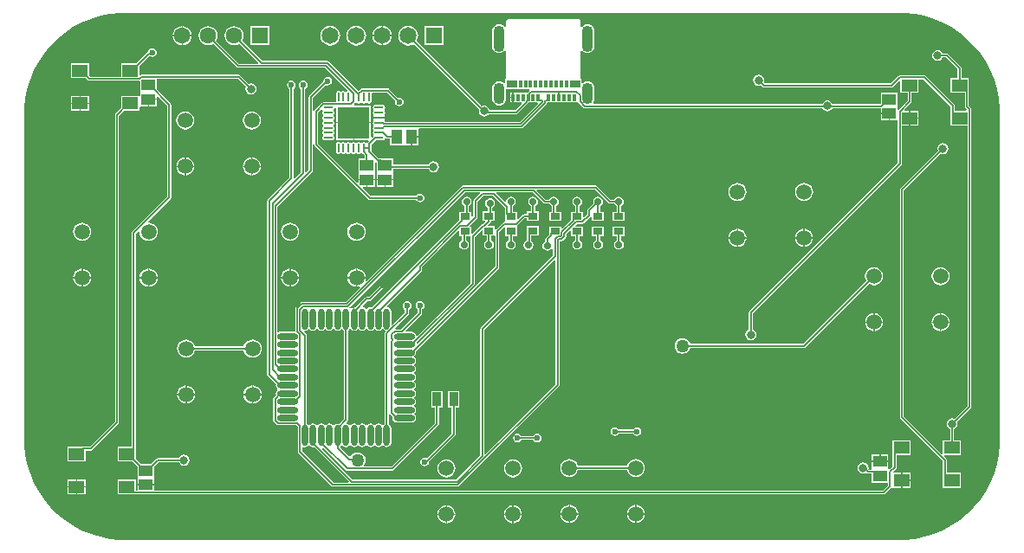
<source format=gbl>
G04*
G04 #@! TF.GenerationSoftware,Altium Limited,Altium Designer,21.2.2 (38)*
G04*
G04 Layer_Physical_Order=2*
G04 Layer_Color=16711680*
%FSLAX25Y25*%
%MOIN*%
G70*
G04*
G04 #@! TF.SameCoordinates,98E345A6-E5E3-4E7C-82CD-A9440516B19A*
G04*
G04*
G04 #@! TF.FilePolarity,Positive*
G04*
G01*
G75*
%ADD16R,0.05906X0.04724*%
%ADD18R,0.05315X0.04331*%
G04:AMPARAMS|DCode=29|XSize=43.31mil|YSize=82.68mil|CornerRadius=21.65mil|HoleSize=0mil|Usage=FLASHONLY|Rotation=0.000|XOffset=0mil|YOffset=0mil|HoleType=Round|Shape=RoundedRectangle|*
%AMROUNDEDRECTD29*
21,1,0.04331,0.03937,0,0,0.0*
21,1,0.00000,0.08268,0,0,0.0*
1,1,0.04331,0.00000,-0.01968*
1,1,0.04331,0.00000,-0.01968*
1,1,0.04331,0.00000,0.01968*
1,1,0.04331,0.00000,0.01968*
%
%ADD29ROUNDEDRECTD29*%
G04:AMPARAMS|DCode=30|XSize=43.31mil|YSize=102.36mil|CornerRadius=21.65mil|HoleSize=0mil|Usage=FLASHONLY|Rotation=0.000|XOffset=0mil|YOffset=0mil|HoleType=Round|Shape=RoundedRectangle|*
%AMROUNDEDRECTD30*
21,1,0.04331,0.05906,0,0,0.0*
21,1,0.00000,0.10236,0,0,0.0*
1,1,0.04331,0.00000,-0.02953*
1,1,0.04331,0.00000,-0.02953*
1,1,0.04331,0.00000,0.02953*
1,1,0.04331,0.00000,0.02953*
%
%ADD30ROUNDEDRECTD30*%
%ADD37C,0.00500*%
%ADD38C,0.05906*%
%ADD39C,0.06299*%
%ADD40R,0.06299X0.06299*%
%ADD41R,0.06496X0.06496*%
%ADD42C,0.06496*%
%ADD43C,0.03150*%
%ADD44C,0.15748*%
%ADD45C,0.02362*%
%ADD46C,0.05000*%
%ADD47C,0.02756*%
%ADD48C,0.01968*%
%ADD49O,0.02362X0.08071*%
%ADD50O,0.08071X0.02362*%
%ADD51R,0.03347X0.05315*%
%ADD52R,0.04331X0.05315*%
%ADD53O,0.03740X0.00787*%
%ADD54O,0.00787X0.03740*%
%ADD55R,0.12323X0.12323*%
%ADD56R,0.01181X0.02756*%
%ADD57R,0.03937X0.02756*%
%ADD58R,0.03543X0.02559*%
G36*
X443796Y332826D02*
X447512Y332086D01*
X451138Y330986D01*
X454639Y329536D01*
X457981Y327750D01*
X461132Y325645D01*
X464061Y323241D01*
X466741Y320561D01*
X469145Y317632D01*
X471250Y314481D01*
X473036Y311139D01*
X474486Y307639D01*
X475587Y304012D01*
X476326Y300296D01*
X476697Y296525D01*
Y294630D01*
Y168870D01*
Y166975D01*
X476326Y163204D01*
X475587Y159488D01*
X474486Y155861D01*
X473036Y152360D01*
X471250Y149019D01*
X469145Y145868D01*
X466741Y142939D01*
X464061Y140259D01*
X461132Y137855D01*
X457981Y135750D01*
X454639Y133964D01*
X451138Y132513D01*
X447512Y131413D01*
X443796Y130674D01*
X440025Y130303D01*
X137975D01*
X134204Y130674D01*
X130488Y131413D01*
X126862Y132513D01*
X123361Y133964D01*
X120019Y135750D01*
X116868Y137855D01*
X113939Y140259D01*
X111259Y142939D01*
X108855Y145868D01*
X106750Y149019D01*
X104964Y152360D01*
X103514Y155861D01*
X102413Y159488D01*
X101674Y163204D01*
X101303Y166975D01*
Y168870D01*
Y294630D01*
Y296525D01*
X101674Y300296D01*
X102413Y304012D01*
X103514Y307639D01*
X104964Y311139D01*
X106750Y314481D01*
X108855Y317632D01*
X111259Y320561D01*
X113939Y323241D01*
X116868Y325645D01*
X120019Y327750D01*
X123361Y329536D01*
X126862Y330986D01*
X130488Y332086D01*
X134204Y332826D01*
X137975Y333197D01*
X440025D01*
X443796Y332826D01*
D02*
G37*
%LPC*%
G36*
X314780Y330884D02*
X287220D01*
X286838Y330725D01*
X286679Y330343D01*
Y328025D01*
X286179Y327855D01*
X285893Y328228D01*
X285336Y328655D01*
X284688Y328924D01*
X283992Y329015D01*
X283296Y328924D01*
X282648Y328655D01*
X282091Y328228D01*
X281664Y327671D01*
X281395Y327023D01*
X281304Y326327D01*
Y320421D01*
X281395Y319725D01*
X281664Y319077D01*
X282091Y318520D01*
X282648Y318093D01*
X283296Y317825D01*
X283992Y317733D01*
X284688Y317825D01*
X285336Y318093D01*
X285893Y318520D01*
X286179Y318893D01*
X286679Y318723D01*
Y308098D01*
X286327Y307653D01*
X286327D01*
Y306397D01*
X286087Y306256D01*
X285827Y306192D01*
X285336Y306568D01*
X284688Y306837D01*
X283992Y306928D01*
X283296Y306837D01*
X282648Y306568D01*
X282091Y306141D01*
X281664Y305584D01*
X281395Y304936D01*
X281304Y304240D01*
Y300303D01*
X281395Y299607D01*
X281664Y298959D01*
X282091Y298402D01*
X282648Y297975D01*
X283296Y297706D01*
X283992Y297615D01*
X284688Y297706D01*
X285336Y297975D01*
X285893Y298402D01*
X286320Y298959D01*
X286589Y299607D01*
X286681Y300303D01*
Y303898D01*
X295577D01*
X295728Y303398D01*
X295621Y303326D01*
X295182Y302887D01*
X295016Y302639D01*
X294995Y302535D01*
X289439D01*
Y300657D01*
Y298779D01*
X292543D01*
X292734Y298318D01*
X290181Y295765D01*
X280305D01*
X280201Y296290D01*
X279742Y296976D01*
X279056Y297435D01*
X278246Y297596D01*
X277437Y297435D01*
X277263Y297319D01*
X252143Y322439D01*
X252274Y322610D01*
X252652Y323522D01*
X252780Y324500D01*
X252652Y325478D01*
X252274Y326390D01*
X251673Y327173D01*
X250890Y327774D01*
X249978Y328152D01*
X249000Y328280D01*
X248022Y328152D01*
X247110Y327774D01*
X246327Y327173D01*
X245726Y326390D01*
X245348Y325478D01*
X245220Y324500D01*
X245348Y323522D01*
X245726Y322610D01*
X246327Y321827D01*
X247110Y321226D01*
X248022Y320848D01*
X249000Y320720D01*
X249978Y320848D01*
X250890Y321226D01*
X251061Y321357D01*
X276265Y296154D01*
X276131Y295480D01*
X276292Y294671D01*
X276750Y293985D01*
X277437Y293526D01*
X278246Y293365D01*
X279056Y293526D01*
X279742Y293985D01*
X279910Y294235D01*
X290498D01*
X290790Y294293D01*
X291038Y294459D01*
X295007Y298428D01*
X295173Y298676D01*
X295194Y298779D01*
X298669D01*
X298876Y298279D01*
X291877Y291280D01*
X240076D01*
X240062Y291349D01*
X239865Y291644D01*
X239784Y291699D01*
Y292270D01*
X239865Y292324D01*
X240062Y292620D01*
X240082Y292719D01*
X237744D01*
X235406D01*
X235426Y292620D01*
X235623Y292324D01*
X235704Y292270D01*
Y291699D01*
X235623Y291644D01*
X235426Y291349D01*
X235356Y291000D01*
X235426Y290651D01*
X235623Y290356D01*
X235704Y290301D01*
Y289730D01*
X235623Y289676D01*
X235426Y289380D01*
X235356Y289031D01*
X235426Y288683D01*
X235623Y288387D01*
X235704Y288333D01*
Y287761D01*
X235623Y287707D01*
X235426Y287412D01*
X235356Y287063D01*
X235426Y286714D01*
X235623Y286419D01*
X235704Y286365D01*
Y285793D01*
X235623Y285739D01*
X235426Y285443D01*
X235416Y285392D01*
X235161Y285223D01*
X234661Y285465D01*
Y290750D01*
X228250D01*
Y284339D01*
X233535D01*
X233777Y283839D01*
X233608Y283584D01*
X233557Y283574D01*
X233261Y283377D01*
X233207Y283296D01*
X232635D01*
X232581Y283377D01*
X232286Y283574D01*
X231937Y283644D01*
X231588Y283574D01*
X231293Y283377D01*
X231239Y283296D01*
X230667D01*
X230613Y283377D01*
X230317Y283574D01*
X229968Y283644D01*
X229620Y283574D01*
X229324Y283377D01*
X229270Y283296D01*
X228698D01*
X228644Y283377D01*
X228349Y283574D01*
X228000Y283644D01*
X227651Y283574D01*
X227356Y283377D01*
X227302Y283296D01*
X226730D01*
X226676Y283377D01*
X226380Y283574D01*
X226031Y283644D01*
X225683Y283574D01*
X225387Y283377D01*
X225333Y283296D01*
X224761D01*
X224707Y283377D01*
X224412Y283574D01*
X224063Y283644D01*
X223714Y283574D01*
X223419Y283377D01*
X223365Y283296D01*
X222793D01*
X222739Y283377D01*
X222443Y283574D01*
X222094Y283644D01*
X221746Y283574D01*
X221450Y283377D01*
X221253Y283081D01*
X221183Y282732D01*
Y279780D01*
X221253Y279431D01*
X221450Y279135D01*
X221746Y278938D01*
X222094Y278868D01*
X222443Y278938D01*
X222739Y279135D01*
X222793Y279216D01*
X223365D01*
X223419Y279135D01*
X223714Y278938D01*
X224063Y278868D01*
X224412Y278938D01*
X224707Y279135D01*
X224761Y279216D01*
X225333D01*
X225387Y279135D01*
X225683Y278938D01*
X226031Y278868D01*
X226380Y278938D01*
X226676Y279135D01*
X226730Y279216D01*
X227302D01*
X227356Y279135D01*
X227651Y278938D01*
X228000Y278868D01*
X228349Y278938D01*
X228644Y279135D01*
X228698Y279216D01*
X229270D01*
X229324Y279135D01*
X229620Y278938D01*
X229968Y278868D01*
X230317Y278938D01*
X230613Y279135D01*
X230667Y279216D01*
X231239D01*
X231293Y279135D01*
X231588Y278938D01*
X231725Y278911D01*
X232235Y278400D01*
Y277165D01*
X229842D01*
Y271835D01*
X229842D01*
Y271653D01*
X229842D01*
Y269238D01*
X236157D01*
Y271653D01*
X236157D01*
Y271835D01*
X236157D01*
Y275428D01*
X236658Y275686D01*
X236842Y275554D01*
Y272154D01*
X236842Y271835D01*
X236842Y271335D01*
Y269238D01*
X243158D01*
Y271335D01*
X243158Y271654D01*
X243158Y272154D01*
Y273216D01*
X256783D01*
X256792Y273171D01*
X257250Y272484D01*
X257937Y272026D01*
X258746Y271865D01*
X259556Y272026D01*
X260242Y272484D01*
X260701Y273171D01*
X260862Y273980D01*
X260701Y274790D01*
X260242Y275476D01*
X259556Y275935D01*
X258746Y276096D01*
X257937Y275935D01*
X257250Y275476D01*
X256792Y274790D01*
X256783Y274745D01*
X243158D01*
Y277165D01*
X238158D01*
X238085Y277180D01*
X237587D01*
X234817Y279950D01*
Y282562D01*
X236438Y284183D01*
X239220D01*
X239569Y284253D01*
X239865Y284450D01*
X239951Y284580D01*
X240079Y284747D01*
X240578Y284776D01*
X240783Y284735D01*
X240783Y284735D01*
X242079D01*
Y283440D01*
X242064Y283366D01*
X242079Y283292D01*
Y282343D01*
X247091D01*
X247410Y282343D01*
X247909Y282343D01*
X250006D01*
Y285500D01*
X250256D01*
Y285750D01*
X252921D01*
X252921Y288657D01*
X253382Y288751D01*
X292608D01*
X292900Y288809D01*
X293148Y288975D01*
X302041Y297867D01*
X302041Y297867D01*
X302207Y298115D01*
X302265Y298408D01*
X302582Y298765D01*
X302628D01*
X302702Y298779D01*
X312561D01*
Y300657D01*
X313061D01*
Y298779D01*
X313901D01*
Y298779D01*
X314297Y298799D01*
X314402Y298780D01*
X314552Y298555D01*
X316260Y296847D01*
X316260Y296847D01*
X316508Y296681D01*
X316800Y296623D01*
X316800Y296623D01*
X408324D01*
X408750Y295985D01*
X409437Y295526D01*
X410246Y295365D01*
X411056Y295526D01*
X411742Y295985D01*
X412169Y296623D01*
X430842D01*
Y294738D01*
X434000D01*
Y294488D01*
X434250D01*
Y291823D01*
X436887D01*
X437157Y291823D01*
X437387Y291418D01*
Y275468D01*
X380285Y218367D01*
X380120Y218119D01*
X380061Y217826D01*
Y211278D01*
X380016Y211269D01*
X379330Y210810D01*
X378872Y210124D01*
X378711Y209314D01*
X378872Y208505D01*
X379330Y207819D01*
X380016Y207360D01*
X380826Y207199D01*
X381636Y207360D01*
X382322Y207819D01*
X382781Y208505D01*
X382942Y209314D01*
X382781Y210124D01*
X382322Y210810D01*
X381636Y211269D01*
X381591Y211278D01*
Y217509D01*
X438692Y274611D01*
X438858Y274859D01*
X438916Y275152D01*
Y289839D01*
X441604D01*
Y292701D01*
Y295563D01*
X440076D01*
X439884Y296025D01*
X442395Y298536D01*
X442561Y298784D01*
X442619Y299076D01*
Y302437D01*
X445307D01*
Y307647D01*
X447272D01*
X457678Y297240D01*
Y294813D01*
X457693Y294739D01*
Y289839D01*
X464084D01*
Y181899D01*
X459094Y176909D01*
X459056Y176935D01*
X458246Y177096D01*
X457437Y176935D01*
X456750Y176476D01*
X456292Y175790D01*
X456131Y174980D01*
X456292Y174171D01*
X456750Y173485D01*
X457437Y173026D01*
X457481Y173017D01*
Y168661D01*
X454693D01*
Y163596D01*
X454193Y163389D01*
X439619Y177962D01*
Y264772D01*
X453899Y279051D01*
X453937Y279026D01*
X454746Y278865D01*
X455556Y279026D01*
X456242Y279485D01*
X456701Y280171D01*
X456862Y280980D01*
X456701Y281790D01*
X456242Y282476D01*
X455556Y282935D01*
X454746Y283096D01*
X453937Y282935D01*
X453250Y282476D01*
X452792Y281790D01*
X452631Y280980D01*
X452792Y280171D01*
X452817Y280133D01*
X438314Y265629D01*
X438148Y265381D01*
X438090Y265089D01*
Y177646D01*
X438148Y177353D01*
X438314Y177105D01*
X454678Y160740D01*
Y155313D01*
X454693Y155239D01*
Y150339D01*
X461598D01*
Y156063D01*
X456208D01*
Y161057D01*
X456149Y161350D01*
X455984Y161598D01*
X455984Y161598D01*
X455144Y162437D01*
X455351Y162937D01*
X461598D01*
Y168661D01*
X459011D01*
Y173017D01*
X459056Y173026D01*
X459742Y173485D01*
X460201Y174171D01*
X460362Y174980D01*
X460201Y175790D01*
X460175Y175828D01*
X465389Y181042D01*
X465555Y181290D01*
X465613Y181583D01*
Y296108D01*
X465555Y296400D01*
X465389Y296648D01*
X465389Y296648D01*
X464613Y297424D01*
Y303187D01*
X464613Y303187D01*
X464598Y303261D01*
Y308161D01*
X461910D01*
Y311854D01*
X461910Y311854D01*
X461852Y312147D01*
X461686Y312395D01*
X456656Y317426D01*
X456407Y317592D01*
X456115Y317650D01*
X454555D01*
X454546Y317695D01*
X454088Y318381D01*
X453402Y318840D01*
X452592Y319001D01*
X451782Y318840D01*
X451096Y318381D01*
X450637Y317695D01*
X450477Y316885D01*
X450637Y316076D01*
X451096Y315389D01*
X451782Y314931D01*
X452592Y314770D01*
X453402Y314931D01*
X454088Y315389D01*
X454546Y316076D01*
X454555Y316120D01*
X455798D01*
X460381Y311538D01*
Y308161D01*
X457693D01*
Y302437D01*
X463084D01*
Y297108D01*
X463142Y296815D01*
X463308Y296567D01*
X463811Y296063D01*
X463604Y295563D01*
X459208D01*
Y297557D01*
X459149Y297850D01*
X458984Y298098D01*
X448129Y308952D01*
X447881Y309118D01*
X447589Y309176D01*
X438112D01*
X437820Y309118D01*
X437571Y308952D01*
X434683Y306064D01*
X386214D01*
X385777Y306501D01*
X385803Y306539D01*
X385964Y307348D01*
X385803Y308158D01*
X385344Y308844D01*
X384658Y309303D01*
X383848Y309464D01*
X383039Y309303D01*
X382353Y308844D01*
X381894Y308158D01*
X381733Y307348D01*
X381894Y306539D01*
X382353Y305853D01*
X383039Y305394D01*
X383848Y305233D01*
X384658Y305394D01*
X384696Y305419D01*
X385357Y304759D01*
X385605Y304593D01*
X385898Y304535D01*
X435000D01*
X435293Y304593D01*
X435541Y304759D01*
X437940Y307157D01*
X438402Y306966D01*
Y302437D01*
X441090D01*
Y299393D01*
X437657Y295961D01*
X437463Y295987D01*
X437157Y296136D01*
Y297153D01*
X437157Y297153D01*
Y297335D01*
X437157D01*
X437157Y297654D01*
Y302665D01*
X430842D01*
Y298416D01*
X430579Y298152D01*
X412228D01*
X412201Y298290D01*
X411742Y298976D01*
X411056Y299435D01*
X410246Y299596D01*
X409437Y299435D01*
X408750Y298976D01*
X408292Y298290D01*
X408264Y298152D01*
X320347D01*
X320101Y298652D01*
X320336Y298959D01*
X320605Y299607D01*
X320696Y300303D01*
Y304240D01*
X320605Y304936D01*
X320336Y305584D01*
X319909Y306141D01*
X319352Y306568D01*
X318704Y306837D01*
X318008Y306928D01*
X317312Y306837D01*
X316664Y306568D01*
X316173Y306192D01*
X315913Y306256D01*
X315673Y306397D01*
Y307653D01*
X315673D01*
X315321Y308098D01*
Y318723D01*
X315821Y318893D01*
X316107Y318520D01*
X316664Y318093D01*
X317312Y317825D01*
X318008Y317733D01*
X318704Y317825D01*
X319352Y318093D01*
X319909Y318520D01*
X320336Y319077D01*
X320605Y319725D01*
X320696Y320421D01*
Y326327D01*
X320605Y327023D01*
X320336Y327671D01*
X319909Y328228D01*
X319352Y328655D01*
X318704Y328924D01*
X318008Y329015D01*
X317312Y328924D01*
X316664Y328655D01*
X316107Y328228D01*
X315821Y327855D01*
X315321Y328025D01*
Y330343D01*
X315162Y330725D01*
X314780Y330884D01*
D02*
G37*
G36*
X162250Y328148D02*
Y324750D01*
X165648D01*
X165556Y325453D01*
X165188Y326341D01*
X164603Y327103D01*
X163840Y327688D01*
X162953Y328056D01*
X162250Y328148D01*
D02*
G37*
G36*
X239250Y328247D02*
Y324750D01*
X242747D01*
X242652Y325478D01*
X242274Y326390D01*
X241673Y327173D01*
X240890Y327774D01*
X239978Y328152D01*
X239250Y328247D01*
D02*
G37*
G36*
X238750D02*
X238022Y328152D01*
X237110Y327774D01*
X236327Y327173D01*
X235726Y326390D01*
X235348Y325478D01*
X235252Y324750D01*
X238750D01*
Y328247D01*
D02*
G37*
G36*
X161750Y328148D02*
X161047Y328056D01*
X160160Y327688D01*
X159397Y327103D01*
X158812Y326341D01*
X158444Y325453D01*
X158352Y324750D01*
X161750D01*
Y328148D01*
D02*
G37*
G36*
X165648Y324250D02*
X162250D01*
Y320852D01*
X162953Y320944D01*
X163840Y321312D01*
X164603Y321897D01*
X165188Y322659D01*
X165556Y323547D01*
X165648Y324250D01*
D02*
G37*
G36*
X161750D02*
X158352D01*
X158444Y323547D01*
X158812Y322659D01*
X159397Y321897D01*
X160160Y321312D01*
X161047Y320944D01*
X161750Y320852D01*
Y324250D01*
D02*
G37*
G36*
X195650Y328150D02*
X188350D01*
Y320850D01*
X195650D01*
Y328150D01*
D02*
G37*
G36*
X242747Y324250D02*
X239250D01*
Y320753D01*
X239978Y320848D01*
X240890Y321226D01*
X241673Y321827D01*
X242274Y322610D01*
X242652Y323522D01*
X242747Y324250D01*
D02*
G37*
G36*
X238750D02*
X235252D01*
X235348Y323522D01*
X235726Y322610D01*
X236327Y321827D01*
X237110Y321226D01*
X238022Y320848D01*
X238750Y320753D01*
Y324250D01*
D02*
G37*
G36*
X262748Y328248D02*
X255252D01*
Y320752D01*
X262748D01*
Y328248D01*
D02*
G37*
G36*
X229000Y328280D02*
X228022Y328152D01*
X227110Y327774D01*
X226327Y327173D01*
X225726Y326390D01*
X225348Y325478D01*
X225220Y324500D01*
X225348Y323522D01*
X225726Y322610D01*
X226327Y321827D01*
X227110Y321226D01*
X228022Y320848D01*
X229000Y320720D01*
X229978Y320848D01*
X230890Y321226D01*
X231673Y321827D01*
X232274Y322610D01*
X232652Y323522D01*
X232780Y324500D01*
X232652Y325478D01*
X232274Y326390D01*
X231673Y327173D01*
X230890Y327774D01*
X229978Y328152D01*
X229000Y328280D01*
D02*
G37*
G36*
X219000D02*
X218022Y328152D01*
X217110Y327774D01*
X216327Y327173D01*
X215726Y326390D01*
X215348Y325478D01*
X215220Y324500D01*
X215348Y323522D01*
X215726Y322610D01*
X216327Y321827D01*
X217110Y321226D01*
X218022Y320848D01*
X219000Y320720D01*
X219978Y320848D01*
X220890Y321226D01*
X221673Y321827D01*
X222274Y322610D01*
X222652Y323522D01*
X222780Y324500D01*
X222652Y325478D01*
X222274Y326390D01*
X221673Y327173D01*
X220890Y327774D01*
X219978Y328152D01*
X219000Y328280D01*
D02*
G37*
G36*
X150500Y319714D02*
X149844Y319584D01*
X149288Y319212D01*
X148916Y318656D01*
X148842Y318284D01*
X148694Y318184D01*
X144371Y313862D01*
X138547D01*
Y308652D01*
X126728D01*
X126161Y309219D01*
Y313862D01*
X119256D01*
Y308138D01*
X125080D01*
X125871Y307347D01*
X126119Y307181D01*
X126411Y307123D01*
X145504D01*
X145843Y306681D01*
Y303153D01*
X145843Y302835D01*
X145843D01*
Y302654D01*
X145843D01*
Y301530D01*
X145453Y301264D01*
X145343Y301264D01*
X138547D01*
Y296621D01*
X136402Y294476D01*
X136236Y294228D01*
X136178Y293935D01*
X136178Y175817D01*
X126538Y166176D01*
X123467D01*
X123467Y166176D01*
X123393Y166161D01*
X117902D01*
Y160437D01*
X124807D01*
Y164647D01*
X126854D01*
X127147Y164705D01*
X127395Y164871D01*
X137484Y174959D01*
X137649Y175207D01*
X137708Y175500D01*
X137708Y175500D01*
X137708Y293618D01*
X139629Y295539D01*
X145453D01*
Y297057D01*
X145843Y297323D01*
X145953Y297323D01*
X148750D01*
Y299988D01*
X149000D01*
Y300238D01*
X152157D01*
Y301100D01*
X152619Y301291D01*
X156235Y297675D01*
Y262463D01*
X142808Y249035D01*
X142642Y248787D01*
X142584Y248494D01*
Y166161D01*
X137193D01*
Y160437D01*
X143017D01*
X144843Y158612D01*
Y154653D01*
X144843Y154335D01*
X144843Y153835D01*
Y151738D01*
X151157D01*
Y153835D01*
X151157Y154153D01*
X151157Y154653D01*
Y158584D01*
X152789Y160216D01*
X160783D01*
X160792Y160171D01*
X161250Y159485D01*
X161937Y159026D01*
X162746Y158865D01*
X163556Y159026D01*
X164242Y159485D01*
X164700Y160171D01*
X164862Y160980D01*
X164700Y161790D01*
X164242Y162476D01*
X163556Y162935D01*
X162746Y163096D01*
X161937Y162935D01*
X161250Y162476D01*
X160792Y161790D01*
X160783Y161745D01*
X152472D01*
X152472Y161745D01*
X152180Y161687D01*
X151932Y161521D01*
X150076Y159665D01*
X145951D01*
X144098Y161519D01*
Y164944D01*
X144113Y165018D01*
Y248178D01*
X145160Y249224D01*
X145470Y249072D01*
X145612Y248969D01*
X145727Y248099D01*
X146075Y247259D01*
X146628Y246537D01*
X147349Y245984D01*
X148189Y245636D01*
X149091Y245517D01*
X149992Y245636D01*
X150832Y245984D01*
X151553Y246537D01*
X152107Y247259D01*
X152454Y248099D01*
X152573Y249000D01*
X152454Y249901D01*
X152107Y250741D01*
X151553Y251463D01*
X150832Y252016D01*
X149992Y252364D01*
X149121Y252479D01*
X149019Y252621D01*
X148866Y252930D01*
X157541Y261605D01*
X157541Y261605D01*
X157706Y261853D01*
X157765Y262146D01*
Y297992D01*
X157765Y297992D01*
X157706Y298285D01*
X157541Y298533D01*
X157541Y298533D01*
X152157Y303916D01*
Y307910D01*
X183508D01*
X186571Y304848D01*
X186546Y304809D01*
X186384Y304000D01*
X186546Y303190D01*
X187004Y302504D01*
X187690Y302046D01*
X188500Y301885D01*
X189310Y302046D01*
X189996Y302504D01*
X190454Y303190D01*
X190615Y304000D01*
X190454Y304809D01*
X189996Y305496D01*
X189310Y305954D01*
X188500Y306116D01*
X187690Y305954D01*
X187652Y305929D01*
X184365Y309216D01*
X184117Y309382D01*
X183825Y309440D01*
X146292D01*
X145999Y309382D01*
X145953Y309351D01*
X145453Y309601D01*
Y312781D01*
X149391Y316719D01*
X149844Y316416D01*
X150500Y316286D01*
X151156Y316416D01*
X151712Y316788D01*
X152084Y317344D01*
X152214Y318000D01*
X152084Y318656D01*
X151712Y319212D01*
X151156Y319584D01*
X150500Y319714D01*
D02*
G37*
G36*
X182000Y328181D02*
X181047Y328056D01*
X180159Y327688D01*
X179397Y327103D01*
X178812Y326341D01*
X178444Y325453D01*
X178319Y324500D01*
X178444Y323547D01*
X178812Y322659D01*
X179397Y321897D01*
X180159Y321312D01*
X181047Y320944D01*
X182000Y320819D01*
X182953Y320944D01*
X183841Y321312D01*
X183991Y321427D01*
X191359Y314059D01*
X191168Y313598D01*
X183984D01*
X175073Y322509D01*
X175188Y322659D01*
X175556Y323547D01*
X175681Y324500D01*
X175556Y325453D01*
X175188Y326341D01*
X174603Y327103D01*
X173840Y327688D01*
X172953Y328056D01*
X172000Y328181D01*
X171047Y328056D01*
X170159Y327688D01*
X169397Y327103D01*
X168812Y326341D01*
X168444Y325453D01*
X168319Y324500D01*
X168444Y323547D01*
X168812Y322659D01*
X169397Y321897D01*
X170159Y321312D01*
X171047Y320944D01*
X172000Y320819D01*
X172953Y320944D01*
X173840Y321312D01*
X173991Y321427D01*
X183126Y312292D01*
X183375Y312126D01*
X183667Y312068D01*
X217071D01*
X225619Y303520D01*
X225495Y302937D01*
X225387Y302865D01*
X225333Y302784D01*
X224761D01*
X224707Y302865D01*
X224412Y303062D01*
X224063Y303132D01*
X223714Y303062D01*
X223419Y302865D01*
X223365Y302784D01*
X222793D01*
X222739Y302865D01*
X222443Y303062D01*
X222094Y303132D01*
X221746Y303062D01*
X221450Y302865D01*
X221253Y302569D01*
X221183Y302220D01*
Y299268D01*
X220749Y298889D01*
X216380D01*
X216088Y298830D01*
X215840Y298665D01*
X212959Y295784D01*
X212793Y295536D01*
X212765Y295391D01*
X212265Y295441D01*
Y300683D01*
X217137Y305555D01*
X217344Y305416D01*
X218000Y305286D01*
X218656Y305416D01*
X219212Y305788D01*
X219584Y306344D01*
X219714Y307000D01*
X219584Y307656D01*
X219212Y308212D01*
X218656Y308584D01*
X218000Y308714D01*
X217344Y308584D01*
X216788Y308212D01*
X216416Y307656D01*
X216286Y307000D01*
X216308Y306889D01*
X210959Y301541D01*
X210793Y301293D01*
X210735Y301000D01*
Y272817D01*
X209765Y271846D01*
X209265Y272053D01*
Y303989D01*
X209712Y304288D01*
X210084Y304844D01*
X210214Y305500D01*
X210084Y306156D01*
X209712Y306712D01*
X209156Y307084D01*
X208500Y307214D01*
X207844Y307084D01*
X207288Y306712D01*
X206916Y306156D01*
X206786Y305500D01*
X206916Y304844D01*
X207288Y304288D01*
X207735Y303989D01*
Y271817D01*
X205239Y269320D01*
X204889Y269453D01*
X204765Y269553D01*
Y303989D01*
X205212Y304288D01*
X205584Y304844D01*
X205714Y305500D01*
X205584Y306156D01*
X205212Y306712D01*
X204656Y307084D01*
X204000Y307214D01*
X203344Y307084D01*
X202788Y306712D01*
X202416Y306156D01*
X202286Y305500D01*
X202416Y304844D01*
X202788Y304288D01*
X203235Y303989D01*
Y269817D01*
X194959Y261541D01*
X194793Y261293D01*
X194735Y261000D01*
Y193996D01*
X194793Y193703D01*
X194959Y193455D01*
X198096Y190319D01*
X197991Y189791D01*
X198121Y189136D01*
X198493Y188579D01*
X198661Y188467D01*
Y187967D01*
X198493Y187854D01*
X198121Y187298D01*
X197991Y186642D01*
X198096Y186114D01*
X197233Y185251D01*
X197067Y185003D01*
X197009Y184711D01*
Y176393D01*
X197067Y176101D01*
X197233Y175852D01*
X198364Y174721D01*
X198612Y174555D01*
X198905Y174497D01*
X198905Y174497D01*
X205896D01*
X206556Y173837D01*
Y166846D01*
X206580Y166727D01*
Y164156D01*
X206638Y163863D01*
X206804Y163615D01*
X219455Y150963D01*
X219455Y150963D01*
X219703Y150797D01*
X219996Y150739D01*
X268004D01*
X268297Y150797D01*
X268545Y150963D01*
X307041Y189459D01*
X307041Y189459D01*
X307207Y189707D01*
X307265Y190000D01*
X307265Y190000D01*
Y245351D01*
X307997D01*
X308289Y245410D01*
X308537Y245575D01*
X309562Y246601D01*
X309728Y246849D01*
X309786Y247141D01*
Y247962D01*
X311266Y249442D01*
X311728Y249251D01*
Y247366D01*
X313235D01*
Y245748D01*
X312646Y245354D01*
X312231Y244733D01*
X312085Y244000D01*
X312231Y243267D01*
X312646Y242646D01*
X313267Y242231D01*
X314000Y242085D01*
X314733Y242231D01*
X315354Y242646D01*
X315769Y243267D01*
X315915Y244000D01*
X315769Y244733D01*
X315354Y245354D01*
X314765Y245748D01*
Y247366D01*
X316272D01*
Y250925D01*
X313402D01*
X313211Y251387D01*
X313884Y252060D01*
X316082D01*
X316375Y252118D01*
X316623Y252284D01*
X319151Y254812D01*
X319151Y254813D01*
X319228Y254928D01*
X319728Y254776D01*
Y253075D01*
X324272D01*
Y256634D01*
X322765D01*
Y258752D01*
X323354Y259146D01*
X323769Y259767D01*
X323915Y260500D01*
X323769Y261233D01*
X323354Y261854D01*
X322733Y262269D01*
X322000Y262415D01*
X321267Y262269D01*
X320646Y261854D01*
X320231Y261233D01*
X320085Y260500D01*
X320223Y259805D01*
X318070Y257651D01*
X317904Y257403D01*
X317846Y257111D01*
Y255670D01*
X316734Y254558D01*
X316272Y254749D01*
Y256634D01*
X314765D01*
Y258752D01*
X315354Y259146D01*
X315769Y259767D01*
X315915Y260500D01*
X315769Y261233D01*
X315354Y261854D01*
X314733Y262269D01*
X314000Y262415D01*
X313267Y262269D01*
X312646Y261854D01*
X312231Y261233D01*
X312085Y260500D01*
X312231Y259767D01*
X312646Y259146D01*
X313235Y258752D01*
Y256634D01*
X311728D01*
Y253899D01*
X311714Y253825D01*
Y253649D01*
X308234Y250169D01*
X307772Y250361D01*
Y250925D01*
X303228D01*
Y248190D01*
X303214Y248116D01*
Y247941D01*
X301959Y246686D01*
X301794Y246438D01*
X301735Y246146D01*
Y245248D01*
X301146Y244854D01*
X300731Y244233D01*
X300585Y243500D01*
X300731Y242767D01*
X301146Y242146D01*
X301767Y241731D01*
X302500Y241585D01*
X303233Y241731D01*
X303854Y242146D01*
X303970Y242319D01*
X304648Y242435D01*
X304735Y242369D01*
Y239817D01*
X276959Y212041D01*
X276794Y211793D01*
X276735Y211500D01*
Y162731D01*
X267476Y153472D01*
X227610D01*
X215861Y165220D01*
X216018Y165770D01*
X216283Y165832D01*
X224906Y157209D01*
X225154Y157044D01*
X225447Y156985D01*
X225447Y156985D01*
X242750D01*
X243043Y157044D01*
X243291Y157209D01*
X260545Y174463D01*
X260711Y174711D01*
X260769Y175004D01*
Y181342D01*
X262177D01*
Y187657D01*
X257831D01*
Y181342D01*
X259239D01*
Y175321D01*
X242433Y158515D01*
X231965D01*
X231758Y159015D01*
X232120Y159487D01*
X232423Y160217D01*
X232526Y161000D01*
X232423Y161783D01*
X232120Y162513D01*
X231640Y163140D01*
X231013Y163620D01*
X230283Y163923D01*
X229500Y164026D01*
X228717Y163923D01*
X227987Y163620D01*
X227360Y163140D01*
X226880Y162513D01*
X226868Y162485D01*
X226278Y162368D01*
X222914Y165733D01*
X222977Y166377D01*
X223062Y166434D01*
X223175Y166603D01*
X223675D01*
X223788Y166434D01*
X224344Y166062D01*
X224750Y165981D01*
Y170500D01*
X225250D01*
Y165981D01*
X225656Y166062D01*
X226212Y166434D01*
X226325Y166603D01*
X226825D01*
X226938Y166434D01*
X227494Y166062D01*
X228150Y165932D01*
X228805Y166062D01*
X229362Y166434D01*
X229474Y166603D01*
X229974D01*
X230087Y166434D01*
X230643Y166062D01*
X231299Y165932D01*
X231955Y166062D01*
X232511Y166434D01*
X232624Y166603D01*
X233124D01*
X233237Y166434D01*
X233793Y166062D01*
X234449Y165932D01*
X235105Y166062D01*
X235661Y166434D01*
X235774Y166603D01*
X236274D01*
X236386Y166434D01*
X236943Y166062D01*
X237598Y165932D01*
X238254Y166062D01*
X238810Y166434D01*
X238923Y166603D01*
X239423D01*
X239536Y166434D01*
X240092Y166062D01*
X240748Y165932D01*
X241404Y166062D01*
X241960Y166434D01*
X242332Y166990D01*
X242462Y167646D01*
Y173354D01*
X242332Y174010D01*
X241960Y174566D01*
X241513Y174865D01*
Y178653D01*
X241530Y178660D01*
X242013Y178736D01*
X242115Y178583D01*
X242978Y177721D01*
X242873Y177193D01*
X243003Y176537D01*
X243375Y175981D01*
X243931Y175609D01*
X244587Y175479D01*
X250295D01*
X250951Y175609D01*
X251507Y175981D01*
X251879Y176537D01*
X252009Y177193D01*
X251879Y177849D01*
X251507Y178405D01*
X251339Y178518D01*
Y179018D01*
X251507Y179131D01*
X251879Y179687D01*
X252009Y180343D01*
X251879Y180999D01*
X251507Y181555D01*
X251339Y181667D01*
Y182167D01*
X251507Y182280D01*
X251879Y182836D01*
X252009Y183492D01*
X251879Y184148D01*
X251507Y184704D01*
X251339Y184817D01*
Y185317D01*
X251507Y185430D01*
X251879Y185986D01*
X252009Y186642D01*
X251879Y187298D01*
X251507Y187854D01*
X251339Y187967D01*
Y188467D01*
X251507Y188579D01*
X251879Y189136D01*
X252009Y189791D01*
X251879Y190447D01*
X251507Y191003D01*
X251339Y191116D01*
Y191616D01*
X251507Y191729D01*
X251879Y192285D01*
X252009Y192941D01*
X251879Y193597D01*
X251507Y194153D01*
X251339Y194266D01*
Y194766D01*
X251507Y194879D01*
X251879Y195435D01*
X252009Y196091D01*
X251879Y196747D01*
X251507Y197303D01*
X251339Y197415D01*
Y197915D01*
X251507Y198028D01*
X251879Y198584D01*
X252009Y199240D01*
X251879Y199896D01*
X251507Y200452D01*
X251339Y200565D01*
Y201065D01*
X251507Y201178D01*
X251879Y201734D01*
X252009Y202390D01*
X251904Y202917D01*
X283791Y234804D01*
X283957Y235052D01*
X284015Y235345D01*
X284015Y235345D01*
Y248933D01*
X285728Y250647D01*
X286228Y250440D01*
Y247366D01*
X287735D01*
Y245748D01*
X287146Y245354D01*
X286731Y244733D01*
X286585Y244000D01*
X286731Y243267D01*
X287146Y242646D01*
X287767Y242231D01*
X288500Y242085D01*
X289233Y242231D01*
X289854Y242646D01*
X290269Y243267D01*
X290415Y244000D01*
X290269Y244733D01*
X289854Y245354D01*
X289265Y245748D01*
Y247366D01*
X290772D01*
Y250818D01*
X290777Y250943D01*
X290906Y251369D01*
X291041Y251459D01*
X293817Y254235D01*
X294728D01*
Y253221D01*
X299272D01*
Y256780D01*
X297765D01*
Y258752D01*
X298354Y259146D01*
X298769Y259767D01*
X298915Y260500D01*
X298769Y261233D01*
X298354Y261854D01*
X297733Y262269D01*
X297000Y262415D01*
X296267Y262269D01*
X295646Y261854D01*
X295231Y261233D01*
X295085Y260500D01*
X295231Y259767D01*
X295646Y259146D01*
X296235Y258752D01*
Y256780D01*
X294728D01*
Y255765D01*
X293500D01*
X293207Y255707D01*
X292959Y255541D01*
X291234Y253815D01*
X290772Y254006D01*
Y256634D01*
X289265D01*
Y258752D01*
X289854Y259146D01*
X290269Y259767D01*
X290415Y260500D01*
X290269Y261233D01*
X289854Y261854D01*
X289233Y262269D01*
X288500Y262415D01*
X287767Y262269D01*
X287146Y261854D01*
X286731Y261233D01*
X286619Y260670D01*
X286122Y260459D01*
X282846Y263735D01*
X283053Y264235D01*
X296779D01*
X301056Y259959D01*
X301304Y259793D01*
X301596Y259735D01*
X303252D01*
X303646Y259146D01*
X304235Y258752D01*
Y256634D01*
X303228D01*
Y253075D01*
X307772D01*
Y256634D01*
X305765D01*
Y258752D01*
X306354Y259146D01*
X306769Y259767D01*
X306915Y260500D01*
X306769Y261233D01*
X306354Y261854D01*
X305733Y262269D01*
X305000Y262415D01*
X304267Y262269D01*
X303646Y261854D01*
X303252Y261265D01*
X301913D01*
X298404Y264773D01*
X298596Y265235D01*
X320779D01*
X326056Y259959D01*
X326056Y259959D01*
X326304Y259793D01*
X326596Y259735D01*
X328252D01*
X328646Y259146D01*
X329235Y258752D01*
Y256634D01*
X327728D01*
Y253075D01*
X332272D01*
Y256634D01*
X330765D01*
Y258752D01*
X331354Y259146D01*
X331769Y259767D01*
X331915Y260500D01*
X331769Y261233D01*
X331354Y261854D01*
X330733Y262269D01*
X330000Y262415D01*
X329267Y262269D01*
X328646Y261854D01*
X328252Y261265D01*
X326913D01*
X321637Y266541D01*
X321389Y266706D01*
X321096Y266765D01*
X270000D01*
X269707Y266706D01*
X269459Y266541D01*
X269459Y266541D01*
X232780Y229861D01*
X232356Y230145D01*
X232454Y230382D01*
X232540Y231033D01*
X229341D01*
Y227834D01*
X229992Y227920D01*
X230229Y228018D01*
X230512Y227594D01*
X224851Y221932D01*
X208038D01*
X207745Y221874D01*
X207497Y221708D01*
X205780Y219991D01*
X205614Y219743D01*
X205556Y219450D01*
Y210884D01*
X205438Y210486D01*
X205068Y210403D01*
X199705D01*
X199049Y210273D01*
X198979Y210226D01*
X198538Y210462D01*
Y258457D01*
X212041Y271959D01*
X212207Y272207D01*
X212265Y272500D01*
X212265Y272500D01*
Y282407D01*
X212765Y282457D01*
X212793Y282312D01*
X212959Y282064D01*
X233563Y261460D01*
X233811Y261294D01*
X234104Y261236D01*
X251990D01*
X252288Y260788D01*
X252844Y260417D01*
X253500Y260286D01*
X254156Y260417D01*
X254712Y260788D01*
X255084Y261344D01*
X255214Y262000D01*
X255084Y262656D01*
X254712Y263212D01*
X254156Y263584D01*
X253500Y263714D01*
X252844Y263584D01*
X252288Y263212D01*
X251990Y262765D01*
X234421D01*
X231325Y265861D01*
X231517Y266323D01*
X232750D01*
Y268738D01*
X229842D01*
Y267997D01*
X229381Y267805D01*
X214265Y282921D01*
Y294927D01*
X215560Y296222D01*
X215727Y296234D01*
X215931Y296046D01*
X216135Y295581D01*
X215938Y295286D01*
X215868Y294937D01*
X215938Y294588D01*
X216135Y294293D01*
X216216Y294239D01*
Y293667D01*
X216135Y293613D01*
X215938Y293317D01*
X215868Y292969D01*
X215938Y292620D01*
X216135Y292324D01*
X216216Y292270D01*
Y291699D01*
X216135Y291644D01*
X215938Y291349D01*
X215868Y291000D01*
X215938Y290651D01*
X216135Y290356D01*
X216216Y290301D01*
Y289730D01*
X216135Y289676D01*
X215938Y289380D01*
X215868Y289031D01*
X215938Y288683D01*
X216135Y288387D01*
X216216Y288333D01*
Y287761D01*
X216135Y287707D01*
X215938Y287412D01*
X215868Y287063D01*
X215938Y286714D01*
X216135Y286419D01*
X216216Y286365D01*
Y285793D01*
X216135Y285739D01*
X215938Y285443D01*
X215868Y285094D01*
X215938Y284746D01*
X216135Y284450D01*
X216431Y284253D01*
X216779Y284183D01*
X219732D01*
X220081Y284253D01*
X220376Y284450D01*
X220574Y284746D01*
X220643Y285094D01*
X220574Y285443D01*
X220376Y285739D01*
X220296Y285793D01*
Y286365D01*
X220376Y286419D01*
X220574Y286714D01*
X220643Y287063D01*
X220574Y287412D01*
X220376Y287707D01*
X220296Y287761D01*
Y288333D01*
X220376Y288387D01*
X220574Y288683D01*
X220643Y289031D01*
X220574Y289380D01*
X220376Y289676D01*
X220296Y289730D01*
Y290301D01*
X220376Y290356D01*
X220574Y290651D01*
X220643Y291000D01*
X220574Y291349D01*
X220376Y291644D01*
X220296Y291699D01*
Y292270D01*
X220376Y292324D01*
X220574Y292620D01*
X220643Y292969D01*
X220574Y293317D01*
X220376Y293613D01*
X220296Y293667D01*
Y294239D01*
X220376Y294293D01*
X220574Y294588D01*
X220643Y294937D01*
X220574Y295286D01*
X220376Y295581D01*
X220296Y295635D01*
Y296207D01*
X220376Y296261D01*
X220574Y296557D01*
X220603Y296704D01*
X221092Y297020D01*
X221339Y296924D01*
Y291250D01*
X228000D01*
X234661D01*
Y297661D01*
X228370D01*
X228129Y298161D01*
X228298Y298416D01*
X228349Y298426D01*
X228644Y298623D01*
X228698Y298704D01*
X229270D01*
X229324Y298623D01*
X229620Y298426D01*
X229968Y298356D01*
X230317Y298426D01*
X230613Y298623D01*
X230667Y298704D01*
X231239D01*
X231293Y298623D01*
X231588Y298426D01*
X231937Y298356D01*
X232286Y298426D01*
X232581Y298623D01*
X232635Y298704D01*
X233207D01*
X233261Y298623D01*
X233557Y298426D01*
X233906Y298356D01*
X234254Y298426D01*
X234550Y298623D01*
X234747Y298919D01*
X234817Y299268D01*
Y302220D01*
X235251Y302599D01*
X240819D01*
X243891Y299528D01*
X243786Y299000D01*
X243916Y298344D01*
X244288Y297788D01*
X244844Y297416D01*
X245500Y297286D01*
X246156Y297416D01*
X246712Y297788D01*
X247084Y298344D01*
X247214Y299000D01*
X247084Y299656D01*
X246712Y300212D01*
X246156Y300584D01*
X245500Y300714D01*
X244972Y300609D01*
X241677Y303905D01*
X241429Y304071D01*
X241136Y304129D01*
X231112D01*
X231112Y304129D01*
X230820Y304071D01*
X230571Y303905D01*
X230571Y303905D01*
X229874Y303207D01*
X218541Y314541D01*
X218293Y314706D01*
X218000Y314765D01*
X192817D01*
X185073Y322509D01*
X185188Y322659D01*
X185556Y323547D01*
X185681Y324500D01*
X185556Y325453D01*
X185188Y326341D01*
X184603Y327103D01*
X183841Y327688D01*
X182953Y328056D01*
X182000Y328181D01*
D02*
G37*
G36*
X288939Y302535D02*
X288099D01*
Y300907D01*
X288939D01*
Y302535D01*
D02*
G37*
G36*
Y300407D02*
X288099D01*
Y298779D01*
X288939D01*
Y300407D01*
D02*
G37*
G36*
X126161Y301264D02*
X122959D01*
Y298652D01*
X126161D01*
Y301264D01*
D02*
G37*
G36*
X122459D02*
X119256D01*
Y298652D01*
X122459D01*
Y301264D01*
D02*
G37*
G36*
X152157Y299738D02*
X149250D01*
Y297323D01*
X152157D01*
Y299738D01*
D02*
G37*
G36*
X126161Y298152D02*
X122959D01*
Y295539D01*
X126161D01*
Y298152D01*
D02*
G37*
G36*
X122459D02*
X119256D01*
Y295539D01*
X122459D01*
Y298152D01*
D02*
G37*
G36*
X239220Y297817D02*
X236268D01*
X235919Y297747D01*
X235623Y297550D01*
X235426Y297254D01*
X235356Y296906D01*
X235426Y296557D01*
X235623Y296261D01*
X235704Y296207D01*
Y295635D01*
X235623Y295581D01*
X235426Y295286D01*
X235356Y294937D01*
X235426Y294588D01*
X235623Y294293D01*
X235704Y294239D01*
Y293667D01*
X235623Y293613D01*
X235426Y293317D01*
X235406Y293219D01*
X237744D01*
X240082D01*
X240062Y293317D01*
X239865Y293613D01*
X239784Y293667D01*
Y294239D01*
X239865Y294293D01*
X240062Y294588D01*
X240132Y294937D01*
X240062Y295286D01*
X239865Y295581D01*
X239784Y295635D01*
Y296207D01*
X239865Y296261D01*
X240062Y296557D01*
X240132Y296906D01*
X240062Y297254D01*
X239865Y297550D01*
X239569Y297747D01*
X239220Y297817D01*
D02*
G37*
G36*
X445307Y295563D02*
X442104D01*
Y292951D01*
X445307D01*
Y295563D01*
D02*
G37*
G36*
X433750Y294238D02*
X430842D01*
Y291823D01*
X433750D01*
Y294238D01*
D02*
G37*
G36*
X445307Y292451D02*
X442104D01*
Y289839D01*
X445307D01*
Y292451D01*
D02*
G37*
G36*
X188795Y295341D02*
X187894Y295222D01*
X187054Y294874D01*
X186333Y294321D01*
X185779Y293600D01*
X185431Y292759D01*
X185313Y291858D01*
X185431Y290957D01*
X185779Y290117D01*
X186333Y289396D01*
X187054Y288842D01*
X187894Y288494D01*
X188795Y288376D01*
X189697Y288494D01*
X190536Y288842D01*
X191258Y289396D01*
X191811Y290117D01*
X192159Y290957D01*
X192278Y291858D01*
X192159Y292759D01*
X191811Y293600D01*
X191258Y294321D01*
X190536Y294874D01*
X189697Y295222D01*
X188795Y295341D01*
D02*
G37*
G36*
X163205D02*
X162303Y295222D01*
X161463Y294874D01*
X160742Y294321D01*
X160189Y293600D01*
X159841Y292759D01*
X159722Y291858D01*
X159841Y290957D01*
X160189Y290117D01*
X160742Y289396D01*
X161463Y288842D01*
X162303Y288494D01*
X163205Y288376D01*
X164106Y288494D01*
X164946Y288842D01*
X165667Y289396D01*
X166221Y290117D01*
X166569Y290957D01*
X166687Y291858D01*
X166569Y292759D01*
X166221Y293600D01*
X165667Y294321D01*
X164946Y294874D01*
X164106Y295222D01*
X163205Y295341D01*
D02*
G37*
G36*
X227750Y290750D02*
X221339D01*
Y284339D01*
X227750D01*
Y290750D01*
D02*
G37*
G36*
X252921Y285250D02*
X250506D01*
Y282343D01*
X252921D01*
Y285250D01*
D02*
G37*
G36*
X189045Y277591D02*
Y274392D01*
X192245D01*
X192159Y275043D01*
X191811Y275883D01*
X191258Y276604D01*
X190536Y277158D01*
X189697Y277506D01*
X189045Y277591D01*
D02*
G37*
G36*
X163455D02*
Y274392D01*
X166654D01*
X166569Y275043D01*
X166221Y275883D01*
X165667Y276604D01*
X164946Y277158D01*
X164106Y277506D01*
X163455Y277591D01*
D02*
G37*
G36*
X188545D02*
X187894Y277506D01*
X187054Y277158D01*
X186333Y276604D01*
X185779Y275883D01*
X185431Y275043D01*
X185346Y274392D01*
X188545D01*
Y277591D01*
D02*
G37*
G36*
X162955D02*
X162303Y277506D01*
X161463Y277158D01*
X160742Y276604D01*
X160189Y275883D01*
X159841Y275043D01*
X159755Y274392D01*
X162955D01*
Y277591D01*
D02*
G37*
G36*
X192245Y273892D02*
X189045D01*
Y270692D01*
X189697Y270778D01*
X190536Y271126D01*
X191258Y271679D01*
X191811Y272400D01*
X192159Y273240D01*
X192245Y273892D01*
D02*
G37*
G36*
X166654D02*
X163455D01*
Y270692D01*
X164106Y270778D01*
X164946Y271126D01*
X165667Y271679D01*
X166221Y272400D01*
X166569Y273240D01*
X166654Y273892D01*
D02*
G37*
G36*
X188545D02*
X185346D01*
X185431Y273240D01*
X185779Y272400D01*
X186333Y271679D01*
X187054Y271126D01*
X187894Y270778D01*
X188545Y270692D01*
Y273892D01*
D02*
G37*
G36*
X162955D02*
X159755D01*
X159841Y273240D01*
X160189Y272400D01*
X160742Y271679D01*
X161463Y271126D01*
X162303Y270778D01*
X162955Y270692D01*
Y273892D01*
D02*
G37*
G36*
X243158Y268738D02*
X240250D01*
Y266323D01*
X243158D01*
Y268738D01*
D02*
G37*
G36*
X239750D02*
X236842D01*
Y266323D01*
X239750D01*
Y268738D01*
D02*
G37*
G36*
X236157Y268738D02*
X233250D01*
Y266323D01*
X236157D01*
Y268738D01*
D02*
G37*
G36*
X401295Y267841D02*
X400394Y267722D01*
X399554Y267374D01*
X398833Y266821D01*
X398279Y266100D01*
X397931Y265260D01*
X397813Y264358D01*
X397931Y263457D01*
X398279Y262617D01*
X398833Y261896D01*
X399554Y261342D01*
X400394Y260994D01*
X401295Y260876D01*
X402197Y260994D01*
X403036Y261342D01*
X403758Y261896D01*
X404311Y262617D01*
X404659Y263457D01*
X404778Y264358D01*
X404659Y265260D01*
X404311Y266100D01*
X403758Y266821D01*
X403036Y267374D01*
X402197Y267722D01*
X401295Y267841D01*
D02*
G37*
G36*
X375705D02*
X374803Y267722D01*
X373963Y267374D01*
X373242Y266821D01*
X372689Y266100D01*
X372341Y265260D01*
X372222Y264358D01*
X372341Y263457D01*
X372689Y262617D01*
X373242Y261896D01*
X373963Y261342D01*
X374803Y260994D01*
X375705Y260876D01*
X376606Y260994D01*
X377446Y261342D01*
X378167Y261896D01*
X378721Y262617D01*
X379069Y263457D01*
X379187Y264358D01*
X379069Y265260D01*
X378721Y266100D01*
X378167Y266821D01*
X377446Y267374D01*
X376606Y267722D01*
X375705Y267841D01*
D02*
G37*
G36*
X401545Y250091D02*
Y246892D01*
X404745D01*
X404659Y247543D01*
X404311Y248383D01*
X403758Y249104D01*
X403036Y249658D01*
X402197Y250006D01*
X401545Y250091D01*
D02*
G37*
G36*
X375955D02*
Y246892D01*
X379154D01*
X379069Y247543D01*
X378721Y248383D01*
X378167Y249104D01*
X377446Y249658D01*
X376606Y250006D01*
X375955Y250091D01*
D02*
G37*
G36*
X401045D02*
X400394Y250006D01*
X399554Y249658D01*
X398833Y249104D01*
X398279Y248383D01*
X397931Y247543D01*
X397846Y246892D01*
X401045D01*
Y250091D01*
D02*
G37*
G36*
X375455D02*
X374803Y250006D01*
X373963Y249658D01*
X373242Y249104D01*
X372689Y248383D01*
X372341Y247543D01*
X372255Y246892D01*
X375455D01*
Y250091D01*
D02*
G37*
G36*
X229091Y252483D02*
X228189Y252364D01*
X227349Y252016D01*
X226628Y251463D01*
X226075Y250741D01*
X225727Y249901D01*
X225608Y249000D01*
X225727Y248099D01*
X226075Y247259D01*
X226628Y246537D01*
X227349Y245984D01*
X228189Y245636D01*
X229091Y245517D01*
X229992Y245636D01*
X230832Y245984D01*
X231553Y246537D01*
X232107Y247259D01*
X232454Y248099D01*
X232573Y249000D01*
X232454Y249901D01*
X232107Y250741D01*
X231553Y251463D01*
X230832Y252016D01*
X229992Y252364D01*
X229091Y252483D01*
D02*
G37*
G36*
X203500D02*
X202599Y252364D01*
X201759Y252016D01*
X201038Y251463D01*
X200484Y250741D01*
X200136Y249901D01*
X200017Y249000D01*
X200136Y248099D01*
X200484Y247259D01*
X201038Y246537D01*
X201759Y245984D01*
X202599Y245636D01*
X203500Y245517D01*
X204401Y245636D01*
X205241Y245984D01*
X205962Y246537D01*
X206516Y247259D01*
X206864Y248099D01*
X206982Y249000D01*
X206864Y249901D01*
X206516Y250741D01*
X205962Y251463D01*
X205241Y252016D01*
X204401Y252364D01*
X203500Y252483D01*
D02*
G37*
G36*
X123500D02*
X122599Y252364D01*
X121759Y252016D01*
X121037Y251463D01*
X120484Y250741D01*
X120136Y249901D01*
X120018Y249000D01*
X120136Y248099D01*
X120484Y247259D01*
X121037Y246537D01*
X121759Y245984D01*
X122599Y245636D01*
X123500Y245517D01*
X124401Y245636D01*
X125241Y245984D01*
X125962Y246537D01*
X126516Y247259D01*
X126864Y248099D01*
X126982Y249000D01*
X126864Y249901D01*
X126516Y250741D01*
X125962Y251463D01*
X125241Y252016D01*
X124401Y252364D01*
X123500Y252483D01*
D02*
G37*
G36*
X404745Y246392D02*
X401545D01*
Y243192D01*
X402197Y243278D01*
X403036Y243626D01*
X403758Y244179D01*
X404311Y244900D01*
X404659Y245741D01*
X404745Y246392D01*
D02*
G37*
G36*
X379154D02*
X375955D01*
Y243192D01*
X376606Y243278D01*
X377446Y243626D01*
X378167Y244179D01*
X378721Y244900D01*
X379069Y245741D01*
X379154Y246392D01*
D02*
G37*
G36*
X401045D02*
X397846D01*
X397931Y245741D01*
X398279Y244900D01*
X398833Y244179D01*
X399554Y243626D01*
X400394Y243278D01*
X401045Y243192D01*
Y246392D01*
D02*
G37*
G36*
X375455D02*
X372255D01*
X372341Y245741D01*
X372689Y244900D01*
X373242Y244179D01*
X373963Y243626D01*
X374803Y243278D01*
X375455Y243192D01*
Y246392D01*
D02*
G37*
G36*
X332272Y250925D02*
X327728D01*
Y247366D01*
X329235D01*
Y245748D01*
X328646Y245354D01*
X328231Y244733D01*
X328085Y244000D01*
X328231Y243267D01*
X328646Y242646D01*
X329267Y242231D01*
X330000Y242085D01*
X330733Y242231D01*
X331354Y242646D01*
X331769Y243267D01*
X331915Y244000D01*
X331769Y244733D01*
X331354Y245354D01*
X330765Y245748D01*
Y247366D01*
X332272D01*
Y250925D01*
D02*
G37*
G36*
X324272D02*
X319728D01*
Y247366D01*
X321235D01*
Y245748D01*
X320646Y245354D01*
X320231Y244733D01*
X320085Y244000D01*
X320231Y243267D01*
X320646Y242646D01*
X321267Y242231D01*
X322000Y242085D01*
X322733Y242231D01*
X323354Y242646D01*
X323769Y243267D01*
X323915Y244000D01*
X323769Y244733D01*
X323354Y245354D01*
X322765Y245748D01*
Y247366D01*
X324272D01*
Y250925D01*
D02*
G37*
G36*
X299272Y251071D02*
X294728D01*
Y248336D01*
X294714Y248262D01*
Y245549D01*
X294506Y245508D01*
X293885Y245093D01*
X293470Y244472D01*
X293324Y243739D01*
X293470Y243006D01*
X293885Y242385D01*
X294506Y241970D01*
X295239Y241824D01*
X295972Y241970D01*
X296593Y242385D01*
X297008Y243006D01*
X297154Y243739D01*
X297008Y244472D01*
X296593Y245093D01*
X296243Y245327D01*
Y247512D01*
X299272D01*
Y251071D01*
D02*
G37*
G36*
X149341Y234733D02*
Y231533D01*
X152540D01*
X152454Y232185D01*
X152107Y233025D01*
X151553Y233746D01*
X150832Y234299D01*
X149992Y234647D01*
X149341Y234733D01*
D02*
G37*
G36*
X123750D02*
Y231533D01*
X126950D01*
X126864Y232185D01*
X126516Y233025D01*
X125962Y233746D01*
X125241Y234299D01*
X124401Y234647D01*
X123750Y234733D01*
D02*
G37*
G36*
X229341D02*
Y231533D01*
X232540D01*
X232454Y232185D01*
X232107Y233025D01*
X231553Y233746D01*
X230832Y234299D01*
X229992Y234647D01*
X229341Y234733D01*
D02*
G37*
G36*
X203750D02*
Y231533D01*
X206950D01*
X206864Y232185D01*
X206516Y233025D01*
X205962Y233746D01*
X205241Y234299D01*
X204401Y234647D01*
X203750Y234733D01*
D02*
G37*
G36*
X148841D02*
X148189Y234647D01*
X147349Y234299D01*
X146628Y233746D01*
X146075Y233025D01*
X145727Y232185D01*
X145641Y231533D01*
X148841D01*
Y234733D01*
D02*
G37*
G36*
X228841D02*
X228189Y234647D01*
X227349Y234299D01*
X226628Y233746D01*
X226075Y233025D01*
X225727Y232185D01*
X225641Y231533D01*
X228841D01*
Y234733D01*
D02*
G37*
G36*
X123250D02*
X122599Y234647D01*
X121759Y234299D01*
X121037Y233746D01*
X120484Y233025D01*
X120136Y232185D01*
X120050Y231533D01*
X123250D01*
Y234733D01*
D02*
G37*
G36*
X203250D02*
X202599Y234647D01*
X201759Y234299D01*
X201038Y233746D01*
X200484Y233025D01*
X200136Y232185D01*
X200050Y231533D01*
X203250D01*
Y234733D01*
D02*
G37*
G36*
X453795Y235341D02*
X452894Y235222D01*
X452054Y234874D01*
X451333Y234321D01*
X450779Y233599D01*
X450431Y232759D01*
X450313Y231858D01*
X450431Y230957D01*
X450779Y230117D01*
X451333Y229396D01*
X452054Y228842D01*
X452894Y228494D01*
X453795Y228376D01*
X454697Y228494D01*
X455537Y228842D01*
X456258Y229396D01*
X456811Y230117D01*
X457159Y230957D01*
X457278Y231858D01*
X457159Y232759D01*
X456811Y233599D01*
X456258Y234321D01*
X455537Y234874D01*
X454697Y235222D01*
X453795Y235341D01*
D02*
G37*
G36*
X428205D02*
X427303Y235222D01*
X426464Y234874D01*
X425742Y234321D01*
X425189Y233599D01*
X424841Y232759D01*
X424722Y231858D01*
X424841Y230957D01*
X425189Y230117D01*
X425273Y230008D01*
X401030Y205765D01*
X357425D01*
X357423Y205783D01*
X357120Y206513D01*
X356640Y207140D01*
X356013Y207621D01*
X355283Y207923D01*
X354500Y208026D01*
X353717Y207923D01*
X352987Y207621D01*
X352360Y207140D01*
X351880Y206513D01*
X351577Y205783D01*
X351474Y205000D01*
X351577Y204217D01*
X351880Y203487D01*
X352360Y202860D01*
X352987Y202379D01*
X353717Y202077D01*
X354500Y201974D01*
X355283Y202077D01*
X356013Y202379D01*
X356640Y202860D01*
X357120Y203487D01*
X357423Y204217D01*
X357425Y204235D01*
X401347D01*
X401639Y204293D01*
X401887Y204459D01*
X426354Y228926D01*
X426464Y228842D01*
X427303Y228494D01*
X428205Y228376D01*
X429106Y228494D01*
X429946Y228842D01*
X430667Y229396D01*
X431221Y230117D01*
X431569Y230957D01*
X431687Y231858D01*
X431569Y232759D01*
X431221Y233599D01*
X430667Y234321D01*
X429946Y234874D01*
X429106Y235222D01*
X428205Y235341D01*
D02*
G37*
G36*
X206950Y231033D02*
X203750D01*
Y227834D01*
X204401Y227920D01*
X205241Y228267D01*
X205962Y228821D01*
X206516Y229542D01*
X206864Y230382D01*
X206950Y231033D01*
D02*
G37*
G36*
X152540D02*
X149341D01*
Y227834D01*
X149992Y227920D01*
X150832Y228267D01*
X151553Y228821D01*
X152107Y229542D01*
X152454Y230382D01*
X152540Y231033D01*
D02*
G37*
G36*
X126950D02*
X123750D01*
Y227834D01*
X124401Y227920D01*
X125241Y228267D01*
X125962Y228821D01*
X126516Y229542D01*
X126864Y230382D01*
X126950Y231033D01*
D02*
G37*
G36*
X228841D02*
X225641D01*
X225727Y230382D01*
X226075Y229542D01*
X226628Y228821D01*
X227349Y228267D01*
X228189Y227920D01*
X228841Y227834D01*
Y231033D01*
D02*
G37*
G36*
X203250D02*
X200050D01*
X200136Y230382D01*
X200484Y229542D01*
X201038Y228821D01*
X201759Y228267D01*
X202599Y227920D01*
X203250Y227834D01*
Y231033D01*
D02*
G37*
G36*
X148841D02*
X145641D01*
X145727Y230382D01*
X146075Y229542D01*
X146628Y228821D01*
X147349Y228267D01*
X148189Y227920D01*
X148841Y227834D01*
Y231033D01*
D02*
G37*
G36*
X123250D02*
X120050D01*
X120136Y230382D01*
X120484Y229542D01*
X121037Y228821D01*
X121759Y228267D01*
X122599Y227920D01*
X123250Y227834D01*
Y231033D01*
D02*
G37*
G36*
X454045Y217591D02*
Y214392D01*
X457245D01*
X457159Y215043D01*
X456811Y215883D01*
X456258Y216604D01*
X455537Y217158D01*
X454697Y217506D01*
X454045Y217591D01*
D02*
G37*
G36*
X428455D02*
Y214392D01*
X431654D01*
X431569Y215043D01*
X431221Y215883D01*
X430667Y216604D01*
X429946Y217158D01*
X429106Y217506D01*
X428455Y217591D01*
D02*
G37*
G36*
X453545D02*
X452894Y217506D01*
X452054Y217158D01*
X451333Y216604D01*
X450779Y215883D01*
X450431Y215043D01*
X450346Y214392D01*
X453545D01*
Y217591D01*
D02*
G37*
G36*
X427955D02*
X427303Y217506D01*
X426464Y217158D01*
X425742Y216604D01*
X425189Y215883D01*
X424841Y215043D01*
X424755Y214392D01*
X427955D01*
Y217591D01*
D02*
G37*
G36*
X457245Y213892D02*
X454045D01*
Y210692D01*
X454697Y210778D01*
X455537Y211126D01*
X456258Y211679D01*
X456811Y212401D01*
X457159Y213241D01*
X457245Y213892D01*
D02*
G37*
G36*
X431654D02*
X428455D01*
Y210692D01*
X429106Y210778D01*
X429946Y211126D01*
X430667Y211679D01*
X431221Y212401D01*
X431569Y213241D01*
X431654Y213892D01*
D02*
G37*
G36*
X453545D02*
X450346D01*
X450431Y213241D01*
X450779Y212401D01*
X451333Y211679D01*
X452054Y211126D01*
X452894Y210778D01*
X453545Y210692D01*
Y213892D01*
D02*
G37*
G36*
X427955D02*
X424755D01*
X424841Y213241D01*
X425189Y212401D01*
X425742Y211679D01*
X426464Y211126D01*
X427303Y210778D01*
X427955Y210692D01*
Y213892D01*
D02*
G37*
G36*
X189091Y207483D02*
X188189Y207364D01*
X187349Y207016D01*
X186628Y206463D01*
X186075Y205741D01*
X185727Y204901D01*
X185709Y204765D01*
X166882D01*
X166864Y204901D01*
X166516Y205741D01*
X165963Y206463D01*
X165241Y207016D01*
X164401Y207364D01*
X163500Y207483D01*
X162599Y207364D01*
X161759Y207016D01*
X161038Y206463D01*
X160484Y205741D01*
X160136Y204901D01*
X160018Y204000D01*
X160136Y203099D01*
X160484Y202259D01*
X161038Y201537D01*
X161759Y200984D01*
X162599Y200636D01*
X163500Y200518D01*
X164401Y200636D01*
X165241Y200984D01*
X165963Y201537D01*
X166516Y202259D01*
X166864Y203099D01*
X166882Y203235D01*
X185709D01*
X185727Y203099D01*
X186075Y202259D01*
X186628Y201537D01*
X187349Y200984D01*
X188189Y200636D01*
X189091Y200518D01*
X189992Y200636D01*
X190832Y200984D01*
X191553Y201537D01*
X192107Y202259D01*
X192455Y203099D01*
X192573Y204000D01*
X192455Y204901D01*
X192107Y205741D01*
X191553Y206463D01*
X190832Y207016D01*
X189992Y207364D01*
X189091Y207483D01*
D02*
G37*
G36*
X163750Y189733D02*
Y186533D01*
X166950D01*
X166864Y187185D01*
X166516Y188025D01*
X165963Y188746D01*
X165241Y189299D01*
X164401Y189647D01*
X163750Y189733D01*
D02*
G37*
G36*
X189341D02*
Y186533D01*
X192540D01*
X192455Y187185D01*
X192107Y188025D01*
X191553Y188746D01*
X190832Y189299D01*
X189992Y189647D01*
X189341Y189733D01*
D02*
G37*
G36*
X163250D02*
X162599Y189647D01*
X161759Y189299D01*
X161038Y188746D01*
X160484Y188025D01*
X160136Y187185D01*
X160050Y186533D01*
X163250D01*
Y189733D01*
D02*
G37*
G36*
X188841D02*
X188189Y189647D01*
X187349Y189299D01*
X186628Y188746D01*
X186075Y188025D01*
X185727Y187185D01*
X185641Y186533D01*
X188841D01*
Y189733D01*
D02*
G37*
G36*
X192540Y186033D02*
X189341D01*
Y182834D01*
X189992Y182920D01*
X190832Y183267D01*
X191553Y183821D01*
X192107Y184542D01*
X192455Y185382D01*
X192540Y186033D01*
D02*
G37*
G36*
X166950D02*
X163750D01*
Y182834D01*
X164401Y182920D01*
X165241Y183267D01*
X165963Y183821D01*
X166516Y184542D01*
X166864Y185382D01*
X166950Y186033D01*
D02*
G37*
G36*
X188841D02*
X185641D01*
X185727Y185382D01*
X186075Y184542D01*
X186628Y183821D01*
X187349Y183267D01*
X188189Y182920D01*
X188841Y182834D01*
Y186033D01*
D02*
G37*
G36*
X163250D02*
X160050D01*
X160136Y185382D01*
X160484Y184542D01*
X161038Y183821D01*
X161759Y183267D01*
X162599Y182920D01*
X163250Y182834D01*
Y186033D01*
D02*
G37*
G36*
X337000Y173714D02*
X336344Y173584D01*
X335788Y173212D01*
X335489Y172765D01*
X330011D01*
X329712Y173212D01*
X329156Y173584D01*
X328500Y173714D01*
X327844Y173584D01*
X327288Y173212D01*
X326916Y172656D01*
X326786Y172000D01*
X326916Y171344D01*
X327288Y170788D01*
X327844Y170416D01*
X328500Y170286D01*
X329156Y170416D01*
X329712Y170788D01*
X330011Y171235D01*
X335489D01*
X335788Y170788D01*
X336344Y170416D01*
X337000Y170286D01*
X337656Y170416D01*
X338212Y170788D01*
X338584Y171344D01*
X338714Y172000D01*
X338584Y172656D01*
X338212Y173212D01*
X337656Y173584D01*
X337000Y173714D01*
D02*
G37*
G36*
X298500Y171214D02*
X297844Y171084D01*
X297288Y170712D01*
X296989Y170265D01*
X292511D01*
X292212Y170712D01*
X291656Y171084D01*
X291000Y171214D01*
X290344Y171084D01*
X289788Y170712D01*
X289416Y170156D01*
X289286Y169500D01*
X289416Y168844D01*
X289788Y168288D01*
X290344Y167916D01*
X291000Y167786D01*
X291656Y167916D01*
X292212Y168288D01*
X292511Y168735D01*
X296989D01*
X297288Y168288D01*
X297844Y167916D01*
X298500Y167786D01*
X299156Y167916D01*
X299712Y168288D01*
X300084Y168844D01*
X300214Y169500D01*
X300084Y170156D01*
X299712Y170712D01*
X299156Y171084D01*
X298500Y171214D01*
D02*
G37*
G36*
X268673Y187657D02*
X264327D01*
Y181342D01*
X265735D01*
Y171317D01*
X256183Y161764D01*
X255982Y161898D01*
X255326Y162029D01*
X254670Y161898D01*
X254114Y161527D01*
X253743Y160970D01*
X253612Y160315D01*
X253743Y159659D01*
X254114Y159102D01*
X254670Y158731D01*
X255326Y158600D01*
X255982Y158731D01*
X256538Y159102D01*
X256910Y159659D01*
X257040Y160315D01*
X257016Y160435D01*
X267041Y170459D01*
X267207Y170707D01*
X267265Y171000D01*
Y181342D01*
X268673D01*
Y187657D01*
D02*
G37*
G36*
X433658Y163165D02*
X430750D01*
Y160750D01*
X433658D01*
Y163165D01*
D02*
G37*
G36*
X430250D02*
X427343D01*
Y160750D01*
X430250D01*
Y163165D01*
D02*
G37*
G36*
X336591Y161483D02*
X335689Y161364D01*
X334849Y161016D01*
X334128Y160462D01*
X333575Y159741D01*
X333227Y158901D01*
X333209Y158765D01*
X314382D01*
X314364Y158901D01*
X314016Y159741D01*
X313462Y160462D01*
X312741Y161016D01*
X311901Y161364D01*
X311000Y161483D01*
X310099Y161364D01*
X309259Y161016D01*
X308538Y160462D01*
X307984Y159741D01*
X307636Y158901D01*
X307518Y158000D01*
X307636Y157099D01*
X307984Y156259D01*
X308538Y155537D01*
X309259Y154984D01*
X310099Y154636D01*
X311000Y154517D01*
X311901Y154636D01*
X312741Y154984D01*
X313462Y155537D01*
X314016Y156259D01*
X314364Y157099D01*
X314382Y157235D01*
X333209D01*
X333227Y157099D01*
X333575Y156259D01*
X334128Y155537D01*
X334849Y154984D01*
X335689Y154636D01*
X336591Y154517D01*
X337492Y154636D01*
X338332Y154984D01*
X339053Y155537D01*
X339607Y156259D01*
X339954Y157099D01*
X340073Y158000D01*
X339954Y158901D01*
X339607Y159741D01*
X339053Y160462D01*
X338332Y161016D01*
X337492Y161364D01*
X336591Y161483D01*
D02*
G37*
G36*
X442307Y168661D02*
X435402D01*
Y163761D01*
X435387Y163687D01*
Y158555D01*
X434158Y157325D01*
X433658Y157533D01*
X433658Y158153D01*
Y160250D01*
X430500D01*
X427343D01*
X427343Y157618D01*
X426989Y157265D01*
X426389D01*
X426046Y157653D01*
X426115Y158000D01*
X425954Y158809D01*
X425496Y159496D01*
X424810Y159954D01*
X424000Y160116D01*
X423190Y159954D01*
X422504Y159496D01*
X422046Y158809D01*
X421885Y158000D01*
X422046Y157191D01*
X422504Y156504D01*
X423190Y156046D01*
X424000Y155885D01*
X424810Y156046D01*
X425147Y156271D01*
X425459Y155959D01*
X425707Y155793D01*
X426000Y155735D01*
X427343D01*
Y152323D01*
X433598D01*
Y151317D01*
X431618Y149337D01*
X151157D01*
Y151238D01*
X144843D01*
Y149353D01*
X144098D01*
Y153563D01*
X137193D01*
Y147839D01*
X142684D01*
X142758Y147824D01*
X142758Y147824D01*
X144952D01*
X145032Y147808D01*
X431935D01*
X432228Y147866D01*
X432476Y148032D01*
X434902Y150458D01*
X434909Y150458D01*
X435402Y150339D01*
X435424Y150339D01*
X438604D01*
Y153201D01*
X438854D01*
D01*
X438604D01*
Y156063D01*
X435765D01*
X435558Y156563D01*
X436692Y157697D01*
X436692Y157697D01*
X436858Y157946D01*
X436916Y158238D01*
Y162937D01*
X442307D01*
Y168661D01*
D02*
G37*
G36*
X289295Y161341D02*
X288394Y161222D01*
X287554Y160874D01*
X286833Y160321D01*
X286279Y159599D01*
X285931Y158759D01*
X285813Y157858D01*
X285931Y156957D01*
X286279Y156117D01*
X286833Y155396D01*
X287554Y154842D01*
X288394Y154494D01*
X289295Y154376D01*
X290196Y154494D01*
X291037Y154842D01*
X291758Y155396D01*
X292311Y156117D01*
X292659Y156957D01*
X292778Y157858D01*
X292659Y158759D01*
X292311Y159599D01*
X291758Y160321D01*
X291037Y160874D01*
X290196Y161222D01*
X289295Y161341D01*
D02*
G37*
G36*
X263705D02*
X262804Y161222D01*
X261964Y160874D01*
X261242Y160321D01*
X260689Y159599D01*
X260341Y158759D01*
X260222Y157858D01*
X260341Y156957D01*
X260689Y156117D01*
X261242Y155396D01*
X261964Y154842D01*
X262804Y154494D01*
X263705Y154376D01*
X264606Y154494D01*
X265446Y154842D01*
X266167Y155396D01*
X266721Y156117D01*
X267069Y156957D01*
X267187Y157858D01*
X267069Y158759D01*
X266721Y159599D01*
X266167Y160321D01*
X265446Y160874D01*
X264606Y161222D01*
X263705Y161341D01*
D02*
G37*
G36*
X442307Y156063D02*
X439104D01*
Y153451D01*
X442307D01*
Y156063D01*
D02*
G37*
G36*
X124807Y153563D02*
X121604D01*
Y150951D01*
X124807D01*
Y153563D01*
D02*
G37*
G36*
X121104D02*
X117902D01*
Y150951D01*
X121104D01*
Y153563D01*
D02*
G37*
G36*
X442307Y152951D02*
X439104D01*
Y150339D01*
X442307D01*
Y152951D01*
D02*
G37*
G36*
X124807Y150451D02*
X121604D01*
Y147839D01*
X124807D01*
Y150451D01*
D02*
G37*
G36*
X121104D02*
X117902D01*
Y147839D01*
X121104D01*
Y150451D01*
D02*
G37*
G36*
X311250Y143733D02*
Y140533D01*
X314450D01*
X314364Y141185D01*
X314016Y142025D01*
X313462Y142746D01*
X312741Y143299D01*
X311901Y143647D01*
X311250Y143733D01*
D02*
G37*
G36*
X336841D02*
Y140533D01*
X340040D01*
X339954Y141185D01*
X339607Y142025D01*
X339053Y142746D01*
X338332Y143299D01*
X337492Y143647D01*
X336841Y143733D01*
D02*
G37*
G36*
X336341D02*
X335689Y143647D01*
X334849Y143299D01*
X334128Y142746D01*
X333575Y142025D01*
X333227Y141185D01*
X333141Y140533D01*
X336341D01*
Y143733D01*
D02*
G37*
G36*
X310750D02*
X310099Y143647D01*
X309259Y143299D01*
X308538Y142746D01*
X307984Y142025D01*
X307636Y141185D01*
X307550Y140533D01*
X310750D01*
Y143733D01*
D02*
G37*
G36*
X289545Y143591D02*
Y140392D01*
X292745D01*
X292659Y141043D01*
X292311Y141883D01*
X291758Y142604D01*
X291037Y143158D01*
X290196Y143506D01*
X289545Y143591D01*
D02*
G37*
G36*
X263955D02*
Y140392D01*
X267154D01*
X267069Y141043D01*
X266721Y141883D01*
X266167Y142604D01*
X265446Y143158D01*
X264606Y143506D01*
X263955Y143591D01*
D02*
G37*
G36*
X289045D02*
X288394Y143506D01*
X287554Y143158D01*
X286833Y142604D01*
X286279Y141883D01*
X285931Y141043D01*
X285846Y140392D01*
X289045D01*
Y143591D01*
D02*
G37*
G36*
X263455D02*
X262804Y143506D01*
X261964Y143158D01*
X261242Y142604D01*
X260689Y141883D01*
X260341Y141043D01*
X260255Y140392D01*
X263455D01*
Y143591D01*
D02*
G37*
G36*
X340040Y140033D02*
X336841D01*
Y136834D01*
X337492Y136919D01*
X338332Y137267D01*
X339053Y137821D01*
X339607Y138542D01*
X339954Y139382D01*
X340040Y140033D01*
D02*
G37*
G36*
X314450D02*
X311250D01*
Y136834D01*
X311901Y136919D01*
X312741Y137267D01*
X313462Y137821D01*
X314016Y138542D01*
X314364Y139382D01*
X314450Y140033D01*
D02*
G37*
G36*
X336341D02*
X333141D01*
X333227Y139382D01*
X333575Y138542D01*
X334128Y137821D01*
X334849Y137267D01*
X335689Y136919D01*
X336341Y136834D01*
Y140033D01*
D02*
G37*
G36*
X310750D02*
X307550D01*
X307636Y139382D01*
X307984Y138542D01*
X308538Y137821D01*
X309259Y137267D01*
X310099Y136919D01*
X310750Y136834D01*
Y140033D01*
D02*
G37*
G36*
X292745Y139892D02*
X289545D01*
Y136692D01*
X290196Y136778D01*
X291037Y137126D01*
X291758Y137679D01*
X292311Y138400D01*
X292659Y139241D01*
X292745Y139892D01*
D02*
G37*
G36*
X267154D02*
X263955D01*
Y136692D01*
X264606Y136778D01*
X265446Y137126D01*
X266167Y137679D01*
X266721Y138400D01*
X267069Y139241D01*
X267154Y139892D01*
D02*
G37*
G36*
X289045D02*
X285846D01*
X285931Y139241D01*
X286279Y138400D01*
X286833Y137679D01*
X287554Y137126D01*
X288394Y136778D01*
X289045Y136692D01*
Y139892D01*
D02*
G37*
G36*
X263455D02*
X260255D01*
X260341Y139241D01*
X260689Y138400D01*
X261242Y137679D01*
X261964Y137126D01*
X262804Y136778D01*
X263455Y136692D01*
Y139892D01*
D02*
G37*
%LPD*%
G36*
X276654Y263735D02*
X274209Y261291D01*
X274043Y261043D01*
X273985Y260750D01*
Y254959D01*
X273772Y254794D01*
X273272Y255039D01*
Y256634D01*
X272265D01*
Y258752D01*
X272854Y259146D01*
X273269Y259767D01*
X273415Y260500D01*
X273269Y261233D01*
X272854Y261854D01*
X272233Y262269D01*
X271500Y262415D01*
X270767Y262269D01*
X270146Y261854D01*
X269731Y261233D01*
X269585Y260500D01*
X269731Y259767D01*
X270146Y259146D01*
X270735Y258752D01*
Y256634D01*
X268728D01*
Y253899D01*
X268714Y253825D01*
Y253583D01*
X234976Y219845D01*
X234449Y219950D01*
X233793Y219820D01*
X233237Y219448D01*
X233124Y219280D01*
X232624D01*
X232511Y219448D01*
X231955Y219820D01*
X231594Y219892D01*
X231429Y220434D01*
X233365Y222370D01*
X234135D01*
X234428Y222428D01*
X234676Y222594D01*
X240041Y227959D01*
X240207Y228207D01*
X240265Y228500D01*
X240207Y228793D01*
X240041Y229041D01*
X239793Y229206D01*
X239500Y229265D01*
X239207Y229206D01*
X238959Y229041D01*
X233818Y223900D01*
X233048D01*
X232755Y223841D01*
X232507Y223676D01*
X228677Y219845D01*
X228400Y219901D01*
Y215382D01*
Y210863D01*
X228805Y210944D01*
X229362Y211316D01*
X229474Y211485D01*
X229974D01*
X230087Y211316D01*
X230643Y210944D01*
X231299Y210814D01*
X231955Y210944D01*
X232511Y211316D01*
X232624Y211485D01*
X233124D01*
X233237Y211316D01*
X233793Y210944D01*
X234449Y210814D01*
X235105Y210944D01*
X235661Y211316D01*
X235774Y211485D01*
X236274D01*
X236386Y211316D01*
X236943Y210944D01*
X237598Y210814D01*
X238254Y210944D01*
X238810Y211316D01*
X238923Y211485D01*
X239423D01*
X239536Y211316D01*
X240092Y210944D01*
X240174Y210928D01*
X240319Y210449D01*
X240207Y210337D01*
X240041Y210089D01*
X239983Y209797D01*
Y174865D01*
X239536Y174566D01*
X239423Y174398D01*
X238923D01*
X238810Y174566D01*
X238254Y174938D01*
X237598Y175068D01*
X236943Y174938D01*
X236386Y174566D01*
X236274Y174398D01*
X235774D01*
X235661Y174566D01*
X235105Y174938D01*
X234449Y175068D01*
X233793Y174938D01*
X233237Y174566D01*
X233124Y174398D01*
X232624D01*
X232511Y174566D01*
X231955Y174938D01*
X231299Y175068D01*
X230643Y174938D01*
X230087Y174566D01*
X229974Y174398D01*
X229474D01*
X229362Y174566D01*
X228805Y174938D01*
X228150Y175068D01*
X227494Y174938D01*
X226938Y174566D01*
X226825Y174398D01*
X226325D01*
X226212Y174566D01*
X225656Y174938D01*
X225294Y175010D01*
X225130Y175552D01*
X225541Y175963D01*
X225707Y176211D01*
X225765Y176504D01*
X225765Y176504D01*
Y211017D01*
X226212Y211316D01*
X226325Y211485D01*
X226825D01*
X226938Y211316D01*
X227494Y210944D01*
X227900Y210863D01*
Y215382D01*
Y219901D01*
X227494Y219820D01*
X227107Y219561D01*
X226573Y219612D01*
X226475Y219656D01*
X226404Y219779D01*
X226463Y219882D01*
X270817Y264235D01*
X276447D01*
X276654Y263735D01*
D02*
G37*
G36*
X286214Y258205D02*
Y255884D01*
X286228Y255810D01*
Y253168D01*
X286117Y252971D01*
X285868Y252738D01*
X285707Y252707D01*
X285459Y252541D01*
X282772Y249853D01*
X282518Y249898D01*
X282272Y250036D01*
Y251071D01*
X279835D01*
X279644Y251533D01*
X280541Y252430D01*
X280707Y252678D01*
X280765Y252971D01*
Y253221D01*
X282272D01*
Y256780D01*
X281265D01*
Y258252D01*
X281854Y258646D01*
X282269Y259267D01*
X282415Y260000D01*
X282269Y260733D01*
X281854Y261354D01*
X281233Y261769D01*
X280500Y261915D01*
X279767Y261769D01*
X279146Y261354D01*
X278731Y260733D01*
X278585Y260000D01*
X278731Y259267D01*
X279146Y258646D01*
X279735Y258252D01*
Y256780D01*
X277728D01*
Y253221D01*
X278515D01*
X278707Y252759D01*
X278034Y252086D01*
X277918D01*
X277625Y252027D01*
X277377Y251862D01*
X273734Y248218D01*
X273272Y248410D01*
Y250925D01*
X272917D01*
X272726Y251387D01*
X275291Y253952D01*
X275457Y254200D01*
X275515Y254492D01*
Y260433D01*
X277817Y262735D01*
X281683D01*
X286214Y258205D01*
D02*
G37*
G36*
X223788Y211316D02*
X224235Y211017D01*
Y176821D01*
X222378Y174963D01*
X221850Y175068D01*
X221195Y174938D01*
X220638Y174566D01*
X220526Y174398D01*
X220026D01*
X219913Y174566D01*
X219357Y174938D01*
X218701Y175068D01*
X218045Y174938D01*
X217489Y174566D01*
X217376Y174398D01*
X216876D01*
X216763Y174566D01*
X216207Y174938D01*
X215551Y175068D01*
X214895Y174938D01*
X214339Y174566D01*
X214226Y174398D01*
X213726D01*
X213614Y174566D01*
X213057Y174938D01*
X212402Y175068D01*
X211746Y174938D01*
X211190Y174566D01*
X211077Y174398D01*
X210577D01*
X210464Y174566D01*
X210017Y174865D01*
Y208996D01*
X210017Y208996D01*
X209959Y209288D01*
X209793Y209536D01*
X208969Y210360D01*
X209215Y210821D01*
X209252Y210814D01*
X209908Y210944D01*
X210464Y211316D01*
X210577Y211485D01*
X211077D01*
X211190Y211316D01*
X211746Y210944D01*
X212402Y210814D01*
X213057Y210944D01*
X213614Y211316D01*
X213726Y211485D01*
X214226D01*
X214339Y211316D01*
X214895Y210944D01*
X215551Y210814D01*
X216207Y210944D01*
X216763Y211316D01*
X216876Y211485D01*
X217376D01*
X217489Y211316D01*
X218045Y210944D01*
X218701Y210814D01*
X219357Y210944D01*
X219913Y211316D01*
X220026Y211485D01*
X220526D01*
X220638Y211316D01*
X221195Y210944D01*
X221850Y210814D01*
X222506Y210944D01*
X223062Y211316D01*
X223175Y211485D01*
X223675D01*
X223788Y211316D01*
D02*
G37*
G36*
X268728Y249251D02*
Y247366D01*
X269735D01*
Y245748D01*
X269146Y245354D01*
X268731Y244733D01*
X268585Y244000D01*
X268731Y243267D01*
X269146Y242646D01*
X269767Y242231D01*
X270500Y242085D01*
X271233Y242231D01*
X271854Y242646D01*
X272269Y243267D01*
X272415Y244000D01*
X272269Y244733D01*
X271854Y245354D01*
X271265Y245748D01*
Y247366D01*
X272811D01*
X272985Y247153D01*
Y229311D01*
X252493Y208819D01*
X251951Y208983D01*
X251879Y209345D01*
X251507Y209901D01*
X250951Y210273D01*
X250295Y210403D01*
X248138D01*
X247946Y210865D01*
X254041Y216959D01*
X254206Y217207D01*
X254265Y217500D01*
X254265Y217500D01*
Y219065D01*
X254712Y219364D01*
X255084Y219920D01*
X255214Y220576D01*
X255084Y221232D01*
X254712Y221788D01*
X254156Y222160D01*
X253500Y222290D01*
X252844Y222160D01*
X252288Y221788D01*
X251916Y221232D01*
X251786Y220576D01*
X251916Y219920D01*
X252288Y219364D01*
X252735Y219065D01*
Y217817D01*
X246303Y211385D01*
X244125D01*
X243917Y211885D01*
X249041Y217008D01*
X249041Y217008D01*
X249206Y217256D01*
X249265Y217549D01*
Y218989D01*
X249712Y219288D01*
X250084Y219844D01*
X250214Y220500D01*
X250084Y221156D01*
X249712Y221712D01*
X249156Y222084D01*
X248500Y222214D01*
X247844Y222084D01*
X247288Y221712D01*
X246916Y221156D01*
X246786Y220500D01*
X246916Y219844D01*
X247288Y219288D01*
X247735Y218989D01*
Y217865D01*
X242924Y213054D01*
X242462Y213245D01*
Y218236D01*
X242332Y218892D01*
X241960Y219448D01*
X241404Y219820D01*
X241042Y219892D01*
X240878Y220434D01*
X253977Y233533D01*
X254143Y233782D01*
X254201Y234074D01*
Y235377D01*
X268266Y249442D01*
X268728Y249251D01*
D02*
G37*
G36*
X277728Y249397D02*
Y247512D01*
X279235D01*
Y245748D01*
X278646Y245354D01*
X278231Y244733D01*
X278085Y244000D01*
X278231Y243267D01*
X278646Y242646D01*
X279267Y242231D01*
X280000Y242085D01*
X280733Y242231D01*
X281354Y242646D01*
X281769Y243267D01*
X281915Y244000D01*
X281769Y244733D01*
X281354Y245354D01*
X280765Y245748D01*
Y247512D01*
X282272D01*
X282485Y247100D01*
Y235661D01*
X252747Y205923D01*
X252193Y206076D01*
X252137Y206300D01*
X274291Y228453D01*
X274457Y228701D01*
X274515Y228994D01*
Y246836D01*
X277266Y249588D01*
X277728Y249397D01*
D02*
G37*
G36*
X211190Y166434D02*
X211746Y166062D01*
X212402Y165932D01*
X212890Y166029D01*
X226188Y152731D01*
X225997Y152269D01*
X220313D01*
X208109Y164472D01*
Y165787D01*
X208519Y166074D01*
X208609Y166060D01*
X209252Y165932D01*
X209908Y166062D01*
X210464Y166434D01*
X210577Y166603D01*
X211077D01*
X211190Y166434D01*
D02*
G37*
G36*
X305735Y238001D02*
Y190317D01*
X278727Y163308D01*
X278265Y163499D01*
Y211183D01*
X305273Y238192D01*
X305735Y238001D01*
D02*
G37*
D16*
X140646Y150701D02*
D03*
X121354D02*
D03*
Y163299D02*
D03*
X140646D02*
D03*
X458146Y153201D02*
D03*
X438854D02*
D03*
Y165799D02*
D03*
X458146D02*
D03*
X142000Y311000D02*
D03*
X122709D02*
D03*
Y298402D02*
D03*
X142000D02*
D03*
X461146Y305299D02*
D03*
X441854D02*
D03*
Y292701D02*
D03*
X461146D02*
D03*
D18*
X430500Y154988D02*
D03*
Y160500D02*
D03*
X434000Y300000D02*
D03*
Y294488D02*
D03*
X149000Y305500D02*
D03*
Y299988D02*
D03*
X148000Y157000D02*
D03*
Y151488D02*
D03*
X240000Y268988D02*
D03*
Y274500D02*
D03*
X233000Y268988D02*
D03*
Y274500D02*
D03*
D29*
X283992Y302272D02*
D03*
X318008D02*
D03*
D30*
X283992Y323374D02*
D03*
X318008D02*
D03*
D37*
X311000Y158000D02*
X336591D01*
X163500Y204000D02*
X189091D01*
X123467Y165411D02*
X126854D01*
X136943Y175500D01*
X121354Y163299D02*
X123467Y165411D01*
X142758Y148589D02*
X145016D01*
X140646Y150701D02*
X142758Y148589D01*
X145016D02*
X145032Y148573D01*
X438854Y177646D02*
Y265089D01*
X455443Y155313D02*
Y161057D01*
X438854Y177646D02*
X455443Y161057D01*
Y155313D02*
X457555Y153201D01*
X458146D01*
X436152Y163687D02*
X438264Y165799D01*
X434362Y151000D02*
Y156449D01*
X438264Y165799D02*
X438854D01*
X436152Y158238D02*
Y163687D01*
X434362Y156449D02*
X436152Y158238D01*
X145032Y148573D02*
X431935D01*
X434362Y151000D01*
X461146Y305299D02*
Y311854D01*
X452592Y316885D02*
X456115D01*
X461146Y311854D01*
X441854Y299076D02*
Y305299D01*
X438152Y295374D02*
X441854Y299076D01*
X438152Y275152D02*
Y295374D01*
X380826Y217826D02*
X438152Y275152D01*
X380826Y209314D02*
Y217826D01*
X458443Y294813D02*
X460555Y292701D01*
X458443Y294813D02*
Y297557D01*
X460555Y292701D02*
X461146D01*
X438112Y308411D02*
X447589D01*
X458443Y297557D01*
X435000Y305299D02*
X438112Y308411D01*
X385898Y305299D02*
X435000D01*
X136943Y175500D02*
X136943Y293935D01*
X141409Y298402D02*
X142000D01*
X136943Y293935D02*
X141409Y298402D01*
X123299Y311000D02*
X126411Y307888D01*
X122709Y311000D02*
X123299D01*
X126411Y307888D02*
X145504D01*
X146292Y308675D01*
X157000Y262146D02*
Y297992D01*
X149492Y305500D02*
X157000Y297992D01*
X143348Y248494D02*
X157000Y262146D01*
X458246Y174980D02*
X464848Y181583D01*
Y296108D01*
X463848Y297108D02*
X464848Y296108D01*
X463848Y297108D02*
Y303187D01*
X461736Y305299D02*
X463848Y303187D01*
X461146Y305299D02*
X461736D01*
X145592Y158915D02*
X147508Y157000D01*
X148000D01*
X141236Y163299D02*
X145592Y158943D01*
Y158915D02*
Y158943D01*
X149234Y317644D02*
X150144D01*
X142591Y311000D02*
X149234Y317644D01*
X150144D02*
X150500Y318000D01*
X188352Y304000D02*
X188500D01*
X458146Y165799D02*
X458246Y165900D01*
Y174980D01*
X316800Y297388D02*
X430896D01*
X433508Y300000D01*
X434000D01*
X152472Y160980D02*
X162746D01*
X438854Y265089D02*
X454746Y280980D01*
X183825Y308675D02*
X188500Y304000D01*
X146292Y308675D02*
X183825D01*
X383848Y307348D02*
X385898Y305299D01*
X315092Y299096D02*
X316800Y297388D01*
X315092Y299096D02*
Y301405D01*
X313712Y302785D02*
X315092Y301405D01*
X307000Y302785D02*
X313712D01*
X208452Y220167D02*
X225667D01*
X270500Y265000D02*
X297096D01*
X225667Y220167D02*
X270500Y265000D01*
X208038Y221167D02*
X225167D01*
X270000Y266000D01*
X206321Y219450D02*
X208038Y221167D01*
X270000Y266000D02*
X321096D01*
X234135Y223135D02*
X239500Y228500D01*
X228150Y215382D02*
Y218236D01*
X233048Y223135D01*
X234135D01*
X424500Y158000D02*
X426000Y156500D01*
X428988D01*
X424000Y158000D02*
X424500D01*
X428988Y156500D02*
X430500Y154988D01*
X240520Y273980D02*
X258746D01*
X240000Y274500D02*
X240520Y273980D01*
X249000Y324500D02*
X278500Y295000D01*
X296162Y302785D02*
X307000D01*
X306906Y302691D02*
X307000Y302785D01*
X306906Y300657D02*
Y302691D01*
X294467Y299242D02*
X295094Y299870D01*
Y300657D01*
X294467Y298969D02*
Y299242D01*
X290498Y295000D02*
X294467Y298969D01*
X295094Y301445D02*
X295722Y302073D01*
Y302346D01*
X295094Y300657D02*
Y301445D01*
X295722Y302346D02*
X296162Y302785D01*
X278500Y295000D02*
X290498D01*
X292194Y290516D02*
X300500Y298822D01*
X301500Y298408D02*
Y299236D01*
X239657Y289516D02*
X292608D01*
X301500Y298408D01*
X300500Y298822D02*
Y299236D01*
X239657Y290516D02*
X292194D01*
X211500Y301000D02*
X217500Y307000D01*
X211500Y272500D02*
Y301000D01*
X197774Y258774D02*
X211500Y272500D01*
X217500Y307000D02*
X218000D01*
X143348Y165018D02*
Y248494D01*
X148492Y157000D02*
X152472Y160980D01*
X148000Y157000D02*
X148492D01*
X225000Y176504D02*
Y215382D01*
X221850Y165715D02*
Y170500D01*
Y173354D02*
X225000Y176504D01*
X221850Y170500D02*
Y173354D01*
X216380Y298124D02*
X226856D01*
X228000Y299268D01*
X213500Y295244D02*
X216380Y298124D01*
X228000Y299268D02*
Y300744D01*
X213500Y282605D02*
Y295244D01*
Y282605D02*
X234104Y262000D01*
X253500D01*
X229968Y302143D02*
Y302220D01*
Y301443D02*
Y302143D01*
X241136Y303364D02*
X245500Y299000D01*
X231112Y303364D02*
X241136D01*
X229968Y302220D02*
X231112Y303364D01*
X242656Y207889D02*
X243065Y207479D01*
Y207065D02*
Y207479D01*
X253500Y217500D02*
Y220576D01*
X242656Y206656D02*
X243065Y207065D01*
X246620Y210620D02*
X253500Y217500D01*
X242656Y207889D02*
Y209489D01*
X243787Y210620D01*
X246620D01*
X242656Y179124D02*
Y206656D01*
X240748Y170500D02*
Y209797D01*
X242656Y179124D02*
X244587Y177193D01*
X247441D01*
X240748Y209797D02*
X248500Y217549D01*
Y220500D01*
X260004Y175004D02*
Y184500D01*
X242750Y157750D02*
X260004Y175004D01*
X225447Y157750D02*
X242750D01*
X215551Y167646D02*
X225447Y157750D01*
X215551Y167646D02*
Y170500D01*
X229185Y161315D02*
X229500Y161000D01*
X221850Y165715D02*
X226250Y161315D01*
X229185D01*
X268004Y151504D02*
X306500Y190000D01*
X219996Y151504D02*
X268004D01*
X207344Y164156D02*
X219996Y151504D01*
X303978Y248116D02*
X305008Y249146D01*
X303978Y247624D02*
Y248116D01*
X302500Y246146D02*
X303978Y247624D01*
X302500Y243500D02*
Y246146D01*
X305008Y249146D02*
X305500D01*
X302068Y243932D02*
X302500Y243500D01*
X305500Y246172D02*
X306444Y247116D01*
X277500Y211500D02*
X305500Y239500D01*
Y246172D01*
X306500Y245758D02*
X306859Y246116D01*
X306500Y190000D02*
Y245758D01*
X307997Y246116D02*
X309022Y247141D01*
X306859Y246116D02*
X307997D01*
X306444Y247116D02*
X307582D01*
X295239Y243739D02*
X295478Y243978D01*
Y248262D01*
X296508Y249291D02*
X297000D01*
X295478Y248262D02*
X296508Y249291D01*
X208500Y271500D02*
Y305500D01*
X192500Y314000D02*
X218000D01*
X229747Y302364D02*
X229968Y302143D01*
X229636Y302364D02*
X229747D01*
X218000Y314000D02*
X229636Y302364D01*
X196774Y259774D02*
X208500Y271500D01*
X204000Y269500D02*
Y305500D01*
X195500Y261000D02*
X204000Y269500D01*
X255500Y160000D02*
X266500Y171000D01*
Y184500D01*
X197774Y198022D02*
Y258774D01*
X196774Y195872D02*
Y259774D01*
X195500Y193996D02*
Y261000D01*
X196774Y195872D02*
X199705Y192941D01*
X202559D01*
X199705Y189791D02*
X202559D01*
X195500Y193996D02*
X199705Y189791D01*
X197774Y198022D02*
X199705Y196091D01*
X202559D01*
X328500Y172000D02*
X337000D01*
X291000Y169500D02*
X298500D01*
X309022Y247141D02*
Y248279D01*
X308022Y248876D02*
X312478Y253333D01*
X307582Y247116D02*
X308022Y247555D01*
X309022Y248279D02*
X313567Y252825D01*
X308022Y247555D02*
Y248876D01*
X277500Y162414D02*
Y211500D01*
X227293Y152707D02*
X267793D01*
X277500Y162414D01*
X212402Y167598D02*
X227293Y152707D01*
X212402Y167598D02*
Y170500D01*
X280500Y255500D02*
Y260000D01*
X280000Y255000D02*
X280500Y255500D01*
X280000Y252971D02*
Y255000D01*
X282000Y263500D02*
X286978Y258522D01*
X277500Y263500D02*
X282000D01*
X274750Y260750D02*
X277500Y263500D01*
X274750Y254492D02*
Y260750D01*
X286978Y255884D02*
Y258522D01*
X297096Y265000D02*
X301596Y260500D01*
X321096Y266000D02*
X326596Y260500D01*
X206321Y210512D02*
X207344Y209489D01*
X207321Y210927D02*
X209252Y208996D01*
X207344Y185423D02*
Y209489D01*
X197774Y176393D02*
Y184711D01*
X205413Y183492D02*
X207344Y185423D01*
X198905Y175262D02*
X206213D01*
X207321Y210927D02*
Y219036D01*
X202559Y183492D02*
X205413D01*
X206321Y210512D02*
Y219450D01*
X197774Y176393D02*
X198905Y175262D01*
X199705Y186642D02*
X202559D01*
X207321Y219036D02*
X208452Y220167D01*
X209252Y170500D02*
Y208996D01*
X206213Y175262D02*
X207321Y174154D01*
X197774Y184711D02*
X199705Y186642D01*
X326596Y260500D02*
X330000D01*
X301596D02*
X305000D01*
X207344Y164156D02*
Y166822D01*
X207321Y166846D02*
Y174154D01*
Y166846D02*
X207344Y166822D01*
X313567Y252825D02*
X316082D01*
X318611Y255353D01*
Y257111D01*
X322000Y260500D01*
X312478Y253825D02*
X313508Y254854D01*
X312478Y253333D02*
Y253825D01*
X314000Y254854D02*
Y260500D01*
X288500Y254854D02*
Y260500D01*
X271500Y255354D02*
Y260500D01*
X297000Y255000D02*
Y260500D01*
X278350Y251321D02*
X280000Y252971D01*
X271000Y254854D02*
X271500Y255354D01*
X313508Y254854D02*
X314000D01*
X286978Y255884D02*
X288008Y254854D01*
X273750Y228994D02*
Y247153D01*
X283250Y235345D02*
Y249250D01*
X250295Y205539D02*
X273750Y228994D01*
X250295Y202390D02*
X283250Y235345D01*
X270500Y244000D02*
Y248646D01*
X273750Y247153D02*
X277918Y251321D01*
X283250Y249250D02*
X286000Y252000D01*
X290500D01*
X293500Y255000D01*
X277918Y251321D02*
X278350D01*
X293500Y255000D02*
X297000D01*
X270500Y248646D02*
X271000Y249146D01*
X247441Y205539D02*
X250295D01*
X247441Y202390D02*
X250295D01*
X288500Y244000D02*
Y249146D01*
X280000Y244000D02*
Y249291D01*
X288008Y254854D02*
X288500D01*
X271433Y251175D02*
X274750Y254492D01*
X268918Y251175D02*
X271433D01*
X253436Y235694D02*
X268918Y251175D01*
X253436Y234074D02*
Y235694D01*
X237598Y218236D02*
X253436Y234074D01*
X237598Y215382D02*
Y218236D01*
X234449D02*
X269478Y253266D01*
Y253825D02*
X270508Y254854D01*
X234449Y215382D02*
Y218236D01*
X269478Y253266D02*
Y253825D01*
X270508Y254854D02*
X271000D01*
X236268Y285094D02*
X237744D01*
X233906Y281256D02*
Y282732D01*
X236268Y285094D01*
X233906Y279780D02*
Y281256D01*
X237270Y276415D02*
X238085D01*
X233906Y279780D02*
X237270Y276415D01*
X238085D02*
X240000Y274500D01*
X231937Y281256D02*
X233906D01*
X231937Y279780D02*
X233000Y278717D01*
Y274500D02*
Y278717D01*
X231937Y279780D02*
Y281256D01*
X182000Y324500D02*
X192500Y314000D01*
X183667Y312833D02*
X217388D01*
X228000Y302220D01*
Y300744D02*
Y302220D01*
X172000Y324500D02*
X183667Y312833D01*
X237744Y287063D02*
X239220D01*
X240783Y285500D02*
X244744D01*
X239220Y287063D02*
X240783Y285500D01*
X302628Y299529D02*
X302969Y299870D01*
X301793Y299529D02*
X302628D01*
X300207D02*
X300500Y299236D01*
X302969Y299870D02*
Y300657D01*
X237744Y291000D02*
X239173D01*
X239657Y290516D01*
X239173Y289031D02*
X239657Y289516D01*
X301500Y299236D02*
X301793Y299529D01*
X299372D02*
X300207D01*
X299032Y299870D02*
X299372Y299529D01*
X299032Y299870D02*
Y300657D01*
X237744Y289031D02*
X239173D01*
X244744Y285281D02*
Y285500D01*
X242829Y283366D02*
X244744Y285281D01*
X354500Y205000D02*
X401347D01*
X428205Y231858D01*
X330000Y254854D02*
Y260500D01*
X322000Y254854D02*
Y260500D01*
X305000Y255354D02*
X305500Y254854D01*
X305000Y255354D02*
Y260500D01*
X330000Y244000D02*
Y249146D01*
X322000Y244000D02*
Y249146D01*
X314000Y244000D02*
Y249146D01*
D38*
X188795Y274142D02*
D03*
Y291858D02*
D03*
X163205D02*
D03*
Y274142D02*
D03*
X311000Y140283D02*
D03*
Y158000D02*
D03*
X336591D02*
D03*
Y140283D02*
D03*
X263705Y140142D02*
D03*
Y157858D02*
D03*
X289295D02*
D03*
Y140142D02*
D03*
X375705Y246642D02*
D03*
Y264358D02*
D03*
X401295D02*
D03*
Y246642D02*
D03*
X428205Y214142D02*
D03*
Y231858D02*
D03*
X453795D02*
D03*
Y214142D02*
D03*
X163500Y186283D02*
D03*
Y204000D02*
D03*
X189091D02*
D03*
Y186283D02*
D03*
X203500Y231283D02*
D03*
Y249000D02*
D03*
X229091D02*
D03*
Y231283D02*
D03*
X123500D02*
D03*
Y249000D02*
D03*
X149091D02*
D03*
Y231283D02*
D03*
D39*
X172000Y324500D02*
D03*
X162000D02*
D03*
X182000D02*
D03*
D40*
X192000D02*
D03*
D41*
X259000D02*
D03*
D42*
X249000D02*
D03*
X239000D02*
D03*
X229000D02*
D03*
X219000D02*
D03*
D43*
X452592Y316885D02*
D03*
X150500Y293500D02*
D03*
X162746Y160980D02*
D03*
X188500Y304000D02*
D03*
X383848Y307348D02*
D03*
X262246Y230980D02*
D03*
X239500Y228500D02*
D03*
X344246Y207480D02*
D03*
X334500Y207500D02*
D03*
X322246Y207480D02*
D03*
X311246D02*
D03*
X301000Y207500D02*
D03*
X286500D02*
D03*
X274246Y207480D02*
D03*
X265246D02*
D03*
X424000Y158000D02*
D03*
X458246Y174980D02*
D03*
X410246Y297480D02*
D03*
X258746Y273980D02*
D03*
X278246Y295480D02*
D03*
X454746Y280980D02*
D03*
X380826Y209314D02*
D03*
D44*
X406000Y185500D02*
D03*
X177000Y242500D02*
D03*
D45*
X281500Y171000D02*
D03*
X226500Y276000D02*
D03*
X149000Y305500D02*
D03*
X150500Y318000D02*
D03*
X218000Y307000D02*
D03*
X253500Y262000D02*
D03*
X245500Y299000D02*
D03*
X253500Y220576D02*
D03*
X248500Y220500D02*
D03*
X208500Y305500D02*
D03*
X204000D02*
D03*
X255326Y160315D02*
D03*
X337000Y172000D02*
D03*
X328500D02*
D03*
X298500Y169500D02*
D03*
X291000D02*
D03*
D46*
X229500Y161000D02*
D03*
X354500Y205000D02*
D03*
D47*
X302500Y243500D02*
D03*
X295239Y243739D02*
D03*
X280500Y260000D02*
D03*
X288500Y260500D02*
D03*
X330000Y244000D02*
D03*
X322000Y260500D02*
D03*
X314000Y244000D02*
D03*
X280000D02*
D03*
X314000Y260500D02*
D03*
X270500Y244000D02*
D03*
X330000Y260500D02*
D03*
X288500Y244000D02*
D03*
X322000D02*
D03*
X305000Y260500D02*
D03*
X297000D02*
D03*
X271500D02*
D03*
D48*
X232331Y295331D02*
D03*
X228000D02*
D03*
X223669D02*
D03*
X232331Y291000D02*
D03*
X228000D02*
D03*
X223669D02*
D03*
X232331Y286669D02*
D03*
X228000D02*
D03*
X223669D02*
D03*
D49*
X240748Y170500D02*
D03*
X237598D02*
D03*
X234449D02*
D03*
X231299D02*
D03*
X228150D02*
D03*
X225000D02*
D03*
X221850D02*
D03*
X218701D02*
D03*
X215551D02*
D03*
X212402D02*
D03*
X209252D02*
D03*
Y215382D02*
D03*
X212402D02*
D03*
X215551D02*
D03*
X218701D02*
D03*
X221850D02*
D03*
X225000D02*
D03*
X228150D02*
D03*
X231299D02*
D03*
X234449D02*
D03*
X237598D02*
D03*
X240748D02*
D03*
D50*
X202559Y177193D02*
D03*
Y180343D02*
D03*
Y183492D02*
D03*
Y186642D02*
D03*
Y189791D02*
D03*
Y192941D02*
D03*
Y196091D02*
D03*
Y199240D02*
D03*
Y202390D02*
D03*
Y205539D02*
D03*
Y208689D02*
D03*
X247441D02*
D03*
Y205539D02*
D03*
Y202390D02*
D03*
Y199240D02*
D03*
Y196091D02*
D03*
Y192941D02*
D03*
Y189791D02*
D03*
Y186642D02*
D03*
Y183492D02*
D03*
Y180343D02*
D03*
Y177193D02*
D03*
D51*
X266500Y184500D02*
D03*
X260004D02*
D03*
D52*
X244744Y285500D02*
D03*
X250256D02*
D03*
D53*
X237744Y296906D02*
D03*
Y294937D02*
D03*
Y292969D02*
D03*
Y291000D02*
D03*
Y289031D02*
D03*
Y287063D02*
D03*
Y285094D02*
D03*
X218256D02*
D03*
Y287063D02*
D03*
Y289031D02*
D03*
Y291000D02*
D03*
Y292969D02*
D03*
Y294937D02*
D03*
Y296906D02*
D03*
D54*
X233906Y281256D02*
D03*
X231937D02*
D03*
X229968D02*
D03*
X228000D02*
D03*
X226031D02*
D03*
X224063D02*
D03*
X222094D02*
D03*
Y300744D02*
D03*
X224063D02*
D03*
X226031D02*
D03*
X228000D02*
D03*
X229968D02*
D03*
X231937D02*
D03*
X233906D02*
D03*
D55*
X228000Y291000D02*
D03*
D56*
X289189Y300657D02*
D03*
X291157D02*
D03*
X293126D02*
D03*
X295094D02*
D03*
X297063D02*
D03*
X299032D02*
D03*
X302969D02*
D03*
X304937D02*
D03*
X306906D02*
D03*
X308874D02*
D03*
X310843D02*
D03*
X312811D02*
D03*
X309858Y305776D02*
D03*
X307890D02*
D03*
X305921D02*
D03*
X303953D02*
D03*
X301984D02*
D03*
X300016D02*
D03*
X298047D02*
D03*
X296079D02*
D03*
X294110D02*
D03*
X292142D02*
D03*
D57*
X288795D02*
D03*
X313205D02*
D03*
D58*
X271000Y249146D02*
D03*
Y254854D02*
D03*
X280000Y249291D02*
D03*
Y255000D02*
D03*
X288500Y249146D02*
D03*
Y254854D02*
D03*
X297000Y249291D02*
D03*
Y255000D02*
D03*
X305500Y249146D02*
D03*
Y254854D02*
D03*
X314000Y249146D02*
D03*
Y254854D02*
D03*
X322000Y249146D02*
D03*
Y254854D02*
D03*
X330000Y249146D02*
D03*
Y254854D02*
D03*
M02*

</source>
